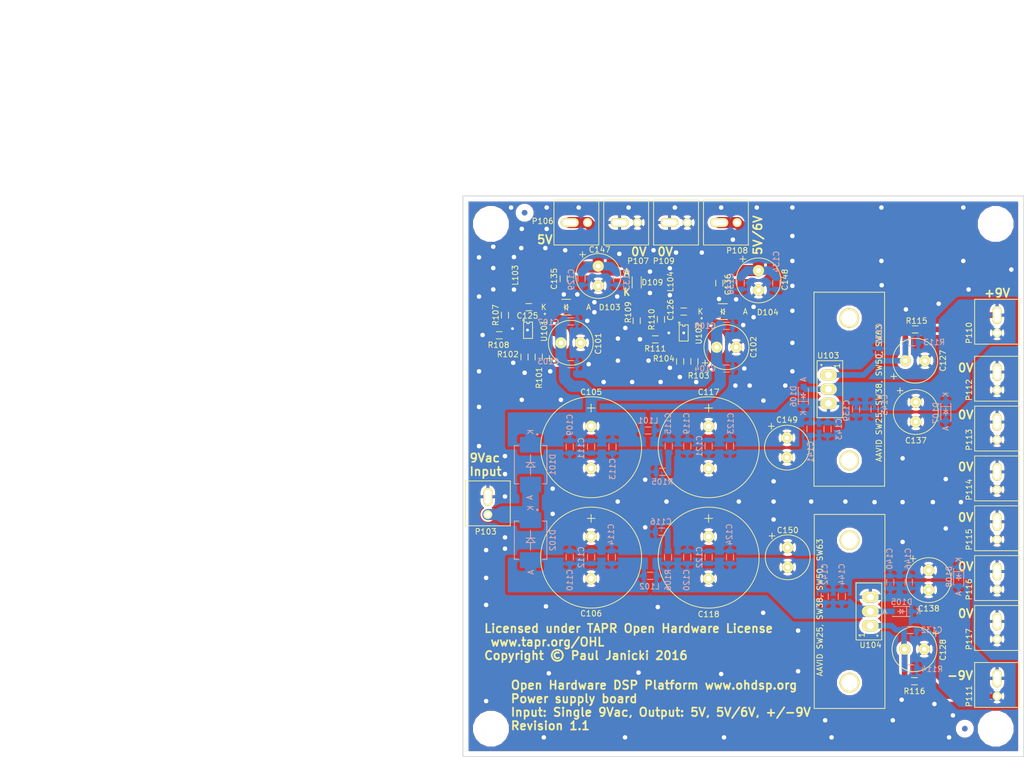
<source format=kicad_pcb>
(kicad_pcb (version 4) (host pcbnew 4.0.2-stable)
  (title_block (title "Multi Output Power Supply for OHDSP") (date 2016-05-20) (rev 1.1) (company "Open Hardware DSP Platform - www.ohdsp.org") (comment 1 "MERCHANTABILITY, SATISFACTORY QUALITY AND FITNESS FOR A PARTICULAR PURPOSE.") (comment 2 "is distributed WITHOUT ANY EXPRESS OR IMPLIED WARRANTY, INCLUDING OF") (comment 3 "Licensed under the TAPR Open Hardware License (www.tapr.org/OHL). This documentation") (comment 4 "Copyright Paul Janicki 2016"))
  (layers (0 F.Cu signal) (31 B.Cu signal) (34 B.Paste user) (35 F.Paste user) (36 B.SilkS user) (37 F.SilkS user) (38 B.Mask user) (39 F.Mask user) (44 Edge.Cuts user))
  (net 0 "")
  (net 1 GNDA)
  (net 2 "Net-(C106-Pad2)")
  (net 3 "Net-(C115-Pad1)")
  (net 4 "Net-(C115-Pad2)")
  (net 5 "Net-(C116-Pad2)")
  (net 6 "Net-(C118-Pad2)")
  (net 7 "Net-(C125-Pad1)")
  (net 8 "Net-(C125-Pad2)")
  (net 9 "Net-(C126-Pad1)")
  (net 10 "Net-(C126-Pad2)")
  (net 11 "Net-(C127-Pad1)")
  (net 12 "Net-(C128-Pad2)")
  (net 13 "Net-(C130-Pad1)")
  (net 14 "Net-(C137-Pad1)")
  (net 15 "Net-(C138-Pad2)")
  (net 16 "Net-(D101-Pad1)")
  (net 17 "Net-(R101-Pad1)")
  (net 18 "Net-(R103-Pad1)")
  (net 19 "Net-(R107-Pad2)")
  (net 20 "Net-(R110-Pad2)")
  (net 21 VCC)
  (net 22 +5V)
  (net 23 "Net-(D109-Pad2)")
  (module MyKiCadLibs-Footprints:CAP-TH-D8mmP3.5mm (layer F.Cu) (at 119.235261 76.188825)
    (fp_text reference C101 (at 4.894739 0.151175 90) (layer F.SilkS))
    (fp_text value 220u hide)
    (pad 1 thru_hole circle (at -1.75 0) (size 2 2) (drill 0.8) (layers *.Cu *.Mask F.SilkS) (net 21 VCC))
    (pad 2 thru_hole circle (at 1.75 0) (size 2 2) (drill 0.8) (layers *.Cu *.Mask F.SilkS) (net 1 GNDA))
  )
  (module MyKiCadLibs-Footprints:CAP-TH-D8mmP3.5mm (layer F.Cu) (at 146.99 76.975)
    (fp_text reference C102 (at 4.826 0 90) (layer F.SilkS))
    (fp_text value 220u hide)
    (pad 1 thru_hole circle (at -1.75 0) (size 2 2) (drill 0.8) (layers *.Cu *.Mask F.SilkS) (net 21 VCC))
    (pad 2 thru_hole circle (at 1.75 0) (size 2 2) (drill 0.8) (layers *.Cu *.Mask F.SilkS) (net 1 GNDA))
  )
  (module MyKiCadLibs-Footprints:SMD-0805 (layer B.Cu) (at 119.235261 79.998825)
    (fp_text reference C103 (at -3.995261 -0.483825) (layer B.SilkS) (effects (justify mirror)))
    (fp_text value 22u hide)
    (pad 1 smd rect (at -1.1 0) (size 0.9 1.3) (layers B.Cu B.Paste B.Mask) (net 21 VCC))
    (pad 2 smd rect (at 1.1 0) (size 0.9 1.3) (layers B.Cu B.Paste B.Mask) (net 1 GNDA))
  )
  (module MyKiCadLibs-Footprints:SMD-0805 (layer B.Cu) (at 146.99 80.785)
    (fp_text reference C104 (at -3.81 0) (layer B.SilkS) (effects (justify mirror)))
    (fp_text value 22u hide)
    (pad 1 smd rect (at -1.1 0) (size 0.9 1.3) (layers B.Cu B.Paste B.Mask) (net 21 VCC))
    (pad 2 smd rect (at 1.1 0) (size 0.9 1.3) (layers B.Cu B.Paste B.Mask) (net 1 GNDA))
  )
  (module MyKiCadLibs-Footprints:CAP-TH-D18mmP7.5mm (layer F.Cu) (at 122.86 94.815 270)
    (fp_text reference C105 (at -9.839 0 360) (layer F.SilkS))
    (fp_text value 2200u hide)
    (pad 1 thru_hole circle (at -3.75 0 270) (size 2 2) (drill 1) (layers *.Cu *.Mask F.SilkS) (net 21 VCC))
    (pad 2 thru_hole circle (at 3.75 0 270) (size 2 2) (drill 1) (layers *.Cu *.Mask F.SilkS) (net 1 GNDA))
  )
  (module MyKiCadLibs-Footprints:CAP-TH-D18mmP7.5mm (layer F.Cu) (at 122.86 114.5 270)
    (fp_text reference C106 (at 9.973 0 360) (layer F.SilkS))
    (fp_text value 2200u hide)
    (pad 1 thru_hole circle (at -3.75 0 270) (size 2 2) (drill 1) (layers *.Cu *.Mask F.SilkS) (net 1 GNDA))
    (pad 2 thru_hole circle (at 3.75 0 270) (size 2 2) (drill 1) (layers *.Cu *.Mask F.SilkS) (net 2 "Net-(C106-Pad2)"))
  )
  (module MyKiCadLibs-Footprints:SMD-0805 (layer B.Cu) (at 119.235261 72.378825)
    (fp_text reference C107 (at -3.995261 0.151175) (layer B.SilkS) (effects (justify mirror)))
    (fp_text value 100n hide)
    (pad 1 smd rect (at -1.1 0) (size 0.9 1.3) (layers B.Cu B.Paste B.Mask) (net 21 VCC))
    (pad 2 smd rect (at 1.1 0) (size 0.9 1.3) (layers B.Cu B.Paste B.Mask) (net 1 GNDA))
  )
  (module MyKiCadLibs-Footprints:SMD-0805 (layer B.Cu) (at 146.99 73.165)
    (fp_text reference C108 (at -3.81 0) (layer B.SilkS) (effects (justify mirror)))
    (fp_text value 100n hide)
    (pad 1 smd rect (at -1.1 0) (size 0.9 1.3) (layers B.Cu B.Paste B.Mask) (net 21 VCC))
    (pad 2 smd rect (at 1.1 0) (size 0.9 1.3) (layers B.Cu B.Paste B.Mask) (net 1 GNDA))
  )
  (module MyKiCadLibs-Footprints:SMD-0805 (layer B.Cu) (at 119.05 94.755 270)
    (fp_text reference C109 (at -3.937 0 270) (layer B.SilkS) (effects (justify mirror)))
    (fp_text value 22u hide)
    (pad 1 smd rect (at -1.1 0 270) (size 0.9 1.3) (layers B.Cu B.Paste B.Mask) (net 21 VCC))
    (pad 2 smd rect (at 1.1 0 270) (size 0.9 1.3) (layers B.Cu B.Paste B.Mask) (net 1 GNDA))
  )
  (module MyKiCadLibs-Footprints:SMD-0805 (layer B.Cu) (at 119.05 114.44 270)
    (fp_text reference C110 (at 4.064 0 270) (layer B.SilkS) (effects (justify mirror)))
    (fp_text value 22u hide)
    (pad 1 smd rect (at -1.1 0 270) (size 0.9 1.3) (layers B.Cu B.Paste B.Mask) (net 1 GNDA))
    (pad 2 smd rect (at 1.1 0 270) (size 0.9 1.3) (layers B.Cu B.Paste B.Mask) (net 2 "Net-(C106-Pad2)"))
  )
  (module MyKiCadLibs-Footprints:SMD-0805 (layer B.Cu) (at 122.86 94.755 270)
    (fp_text reference C111 (at 0.254 1.778 270) (layer B.SilkS) (effects (justify mirror)))
    (fp_text value 100n hide)
    (pad 1 smd rect (at -1.1 0 270) (size 0.9 1.3) (layers B.Cu B.Paste B.Mask) (net 21 VCC))
    (pad 2 smd rect (at 1.1 0 270) (size 0.9 1.3) (layers B.Cu B.Paste B.Mask) (net 1 GNDA))
  )
  (module MyKiCadLibs-Footprints:SMD-0805 (layer B.Cu) (at 122.86 114.44 270)
    (fp_text reference C112 (at 0 1.778 270) (layer B.SilkS) (effects (justify mirror)))
    (fp_text value 100n hide)
    (pad 1 smd rect (at -1.1 0 270) (size 0.9 1.3) (layers B.Cu B.Paste B.Mask) (net 1 GNDA))
    (pad 2 smd rect (at 1.1 0 270) (size 0.9 1.3) (layers B.Cu B.Paste B.Mask) (net 2 "Net-(C106-Pad2)"))
  )
  (module MyKiCadLibs-Footprints:SMD-0805 (layer B.Cu) (at 126.67 94.755 270)
    (fp_text reference C113 (at 3.937 0 270) (layer B.SilkS) (effects (justify mirror)))
    (fp_text value 10n hide)
    (pad 1 smd rect (at -1.1 0 270) (size 0.9 1.3) (layers B.Cu B.Paste B.Mask) (net 21 VCC))
    (pad 2 smd rect (at 1.1 0 270) (size 0.9 1.3) (layers B.Cu B.Paste B.Mask) (net 1 GNDA))
  )
  (module MyKiCadLibs-Footprints:SMD-0805 (layer B.Cu) (at 126.543 114.44 270)
    (fp_text reference C114 (at -4.064 0.127 270) (layer B.SilkS) (effects (justify mirror)))
    (fp_text value 10n hide)
    (pad 1 smd rect (at -1.1 0 270) (size 0.9 1.3) (layers B.Cu B.Paste B.Mask) (net 1 GNDA))
    (pad 2 smd rect (at 1.1 0 270) (size 0.9 1.3) (layers B.Cu B.Paste B.Mask) (net 2 "Net-(C106-Pad2)"))
  )
  (module MyKiCadLibs-Footprints:SMD-0805 (layer B.Cu) (at 136.703 94.628 270)
    (fp_text reference C115 (at -4.064 0.127 270) (layer B.SilkS) (effects (justify mirror)))
    (fp_text value 100p hide)
    (pad 1 smd rect (at -1.1 0 270) (size 0.9 1.3) (layers B.Cu B.Paste B.Mask) (net 3 "Net-(C115-Pad1)"))
    (pad 2 smd rect (at 1.1 0 270) (size 0.9 1.3) (layers B.Cu B.Paste B.Mask) (net 4 "Net-(C115-Pad2)"))
  )
  (module MyKiCadLibs-Footprints:SMD-0805 (layer B.Cu) (at 135.433 109.868)
    (fp_text reference C116 (at -0.127 -1.778) (layer B.SilkS) (effects (justify mirror)))
    (fp_text value 100p hide)
    (pad 1 smd rect (at -1.1 0) (size 0.9 1.3) (layers B.Cu B.Paste B.Mask) (net 1 GNDA))
    (pad 2 smd rect (at 1.1 0) (size 0.9 1.3) (layers B.Cu B.Paste B.Mask) (net 5 "Net-(C116-Pad2)"))
  )
  (module MyKiCadLibs-Footprints:CAP-TH-D18mmP7.5mm (layer F.Cu) (at 143.815 94.815 270)
    (fp_text reference C117 (at -9.839 0 360) (layer F.SilkS))
    (fp_text value 2200u hide)
    (pad 1 thru_hole circle (at -3.75 0 270) (size 2 2) (drill 1) (layers *.Cu *.Mask F.SilkS) (net 3 "Net-(C115-Pad1)"))
    (pad 2 thru_hole circle (at 3.75 0 270) (size 2 2) (drill 1) (layers *.Cu *.Mask F.SilkS) (net 1 GNDA))
  )
  (module MyKiCadLibs-Footprints:CAP-TH-D18mmP7.5mm (layer F.Cu) (at 143.815 114.5 270)
    (fp_text reference C118 (at 10.1 0 360) (layer F.SilkS))
    (fp_text value 2200u hide)
    (pad 1 thru_hole circle (at -3.75 0 270) (size 2 2) (drill 1) (layers *.Cu *.Mask F.SilkS) (net 1 GNDA))
    (pad 2 thru_hole circle (at 3.75 0 270) (size 2 2) (drill 1) (layers *.Cu *.Mask F.SilkS) (net 6 "Net-(C118-Pad2)"))
  )
  (module MyKiCadLibs-Footprints:SMD-0805 (layer B.Cu) (at 140.005 94.628 270)
    (fp_text reference C119 (at -4.064 0.127 270) (layer B.SilkS) (effects (justify mirror)))
    (fp_text value 22u hide)
    (pad 1 smd rect (at -1.1 0 270) (size 0.9 1.3) (layers B.Cu B.Paste B.Mask) (net 3 "Net-(C115-Pad1)"))
    (pad 2 smd rect (at 1.1 0 270) (size 0.9 1.3) (layers B.Cu B.Paste B.Mask) (net 1 GNDA))
  )
  (module MyKiCadLibs-Footprints:SMD-0805 (layer B.Cu) (at 140.005 114.44 270)
    (fp_text reference C120 (at 4.064 0.127 270) (layer B.SilkS) (effects (justify mirror)))
    (fp_text value 22u hide)
    (pad 1 smd rect (at -1.1 0 270) (size 0.9 1.3) (layers B.Cu B.Paste B.Mask) (net 1 GNDA))
    (pad 2 smd rect (at 1.1 0 270) (size 0.9 1.3) (layers B.Cu B.Paste B.Mask) (net 6 "Net-(C118-Pad2)"))
  )
  (module MyKiCadLibs-Footprints:SMD-0805 (layer B.Cu) (at 143.815 94.628 270)
    (fp_text reference C121 (at 0 1.651 270) (layer B.SilkS) (effects (justify mirror)))
    (fp_text value 100n hide)
    (pad 1 smd rect (at -1.1 0 270) (size 0.9 1.3) (layers B.Cu B.Paste B.Mask) (net 3 "Net-(C115-Pad1)"))
    (pad 2 smd rect (at 1.1 0 270) (size 0.9 1.3) (layers B.Cu B.Paste B.Mask) (net 1 GNDA))
  )
  (module MyKiCadLibs-Footprints:SMD-0805 (layer B.Cu) (at 143.815 114.44 270)
    (fp_text reference C122 (at 0 1.651 270) (layer B.SilkS) (effects (justify mirror)))
    (fp_text value 100n hide)
    (pad 1 smd rect (at -1.1 0 270) (size 0.9 1.3) (layers B.Cu B.Paste B.Mask) (net 1 GNDA))
    (pad 2 smd rect (at 1.1 0 270) (size 0.9 1.3) (layers B.Cu B.Paste B.Mask) (net 6 "Net-(C118-Pad2)"))
  )
  (module MyKiCadLibs-Footprints:SMD-0805 (layer B.Cu) (at 147.625 94.628 270)
    (fp_text reference C123 (at -4.064 -0.127 270) (layer B.SilkS) (effects (justify mirror)))
    (fp_text value 10n hide)
    (pad 1 smd rect (at -1.1 0 270) (size 0.9 1.3) (layers B.Cu B.Paste B.Mask) (net 3 "Net-(C115-Pad1)"))
    (pad 2 smd rect (at 1.1 0 270) (size 0.9 1.3) (layers B.Cu B.Paste B.Mask) (net 1 GNDA))
  )
  (module MyKiCadLibs-Footprints:SMD-0805 (layer B.Cu) (at 147.625 114.44 270)
    (fp_text reference C124 (at -4.064 0.127 270) (layer B.SilkS) (effects (justify mirror)))
    (fp_text value 10n hide)
    (pad 1 smd rect (at -1.1 0 270) (size 0.9 1.3) (layers B.Cu B.Paste B.Mask) (net 1 GNDA))
    (pad 2 smd rect (at 1.1 0 270) (size 0.9 1.3) (layers B.Cu B.Paste B.Mask) (net 6 "Net-(C118-Pad2)"))
  )
  (module MyKiCadLibs-Footprints:SMD-0805 (layer F.Cu) (at 111.754961 69.838825 180)
    (fp_text reference C125 (at 0.254 -1.524 180) (layer F.SilkS))
    (fp_text value 10n hide)
    (pad 1 smd rect (at -1.1 0 180) (size 0.9 1.3) (layers F.Cu F.Paste F.Mask) (net 7 "Net-(C125-Pad1)"))
    (pad 2 smd rect (at 1.1 0 180) (size 0.9 1.3) (layers F.Cu F.Paste F.Mask) (net 8 "Net-(C125-Pad2)"))
  )
  (module MyKiCadLibs-Footprints:SMD-0805 (layer F.Cu) (at 139.37 70.625 180)
    (fp_text reference C126 (at 2.3622 0.3048 270) (layer F.SilkS))
    (fp_text value 10n hide)
    (pad 1 smd rect (at -1.1 0 180) (size 0.9 1.3) (layers F.Cu F.Paste F.Mask) (net 9 "Net-(C126-Pad1)"))
    (pad 2 smd rect (at 1.1 0 180) (size 0.9 1.3) (layers F.Cu F.Paste F.Mask) (net 10 "Net-(C126-Pad2)"))
  )
  (module MyKiCadLibs-Footprints:CAP-TH-D8mmP3.5mm (layer F.Cu) (at 180.645 79.388)
    (fp_text reference C127 (at 4.953 0 90) (layer F.SilkS))
    (fp_text value 220u hide)
    (pad 1 thru_hole circle (at -1.75 0) (size 2 2) (drill 0.8) (layers *.Cu *.Mask F.SilkS) (net 11 "Net-(C127-Pad1)"))
    (pad 2 thru_hole circle (at 1.75 0) (size 2 2) (drill 0.8) (layers *.Cu *.Mask F.SilkS) (net 1 GNDA))
  )
  (module MyKiCadLibs-Footprints:CAP-TH-D8mmP3.5mm (layer F.Cu) (at 180.518 130.823 180)
    (fp_text reference C128 (at -5.08 -0.127 270) (layer F.SilkS))
    (fp_text value 220u hide)
    (pad 1 thru_hole circle (at -1.75 0 180) (size 2 2) (drill 0.8) (layers *.Cu *.Mask F.SilkS) (net 1 GNDA))
    (pad 2 thru_hole circle (at 1.75 0 180) (size 2 2) (drill 0.8) (layers *.Cu *.Mask F.SilkS) (net 12 "Net-(C128-Pad2)"))
  )
  (module MyKiCadLibs-Footprints:SMD-0805 (layer B.Cu) (at 121.140261 64.758825 270)
    (fp_text reference C129 (at 0.151175 1.836261 270) (layer B.SilkS) (effects (justify mirror)))
    (fp_text value 22u hide)
    (pad 1 smd rect (at -1.1 0 270) (size 0.9 1.3) (layers B.Cu B.Paste B.Mask) (net 22 +5V))
    (pad 2 smd rect (at 1.1 0 270) (size 0.9 1.3) (layers B.Cu B.Paste B.Mask) (net 1 GNDA))
  )
  (module MyKiCadLibs-Footprints:SMD-0805 (layer B.Cu) (at 149.53 65.545 270)
    (fp_text reference C130 (at 0.127 1.778 270) (layer B.SilkS) (effects (justify mirror)))
    (fp_text value 22u hide)
    (pad 1 smd rect (at -1.1 0 270) (size 0.9 1.3) (layers B.Cu B.Paste B.Mask) (net 13 "Net-(C130-Pad1)"))
    (pad 2 smd rect (at 1.1 0 270) (size 0.9 1.3) (layers B.Cu B.Paste B.Mask) (net 1 GNDA))
  )
  (module MyKiCadLibs-Footprints:SMD-0805 (layer B.Cu) (at 174.2 78.288 90)
    (fp_text reference C131 (at 3.683 0 90) (layer B.SilkS) (effects (justify mirror)))
    (fp_text value 100n hide)
    (pad 1 smd rect (at -1.1 0 90) (size 0.9 1.3) (layers B.Cu B.Paste B.Mask) (net 11 "Net-(C127-Pad1)"))
    (pad 2 smd rect (at 1.1 0 90) (size 0.9 1.3) (layers B.Cu B.Paste B.Mask) (net 1 GNDA))
  )
  (module MyKiCadLibs-Footprints:SMD-0805 (layer B.Cu) (at 179.756 127.394 180)
    (fp_text reference C132 (at -3.81 0 180) (layer B.SilkS) (effects (justify mirror)))
    (fp_text value 100n hide)
    (pad 1 smd rect (at -1.1 0 180) (size 0.9 1.3) (layers B.Cu B.Paste B.Mask) (net 1 GNDA))
    (pad 2 smd rect (at 1.1 0 180) (size 0.9 1.3) (layers B.Cu B.Paste B.Mask) (net 12 "Net-(C128-Pad2)"))
  )
  (module MyKiCadLibs-Footprints:SMD-0805 (layer B.Cu) (at 127.490261 64.758825 270)
    (fp_text reference C133 (at 0.151175 -1.719739 270) (layer B.SilkS) (effects (justify mirror)))
    (fp_text value 22u hide)
    (pad 1 smd rect (at -1.1 0 270) (size 0.9 1.3) (layers B.Cu B.Paste B.Mask) (net 22 +5V))
    (pad 2 smd rect (at 1.1 0 270) (size 0.9 1.3) (layers B.Cu B.Paste B.Mask) (net 1 GNDA))
  )
  (module MyKiCadLibs-Footprints:SMD-0805 (layer B.Cu) (at 155.88 65.545 270)
    (fp_text reference C134 (at -3.81 0 270) (layer B.SilkS) (effects (justify mirror)))
    (fp_text value 22u hide)
    (pad 1 smd rect (at -1.1 0 270) (size 0.9 1.3) (layers B.Cu B.Paste B.Mask) (net 13 "Net-(C130-Pad1)"))
    (pad 2 smd rect (at 1.1 0 270) (size 0.9 1.3) (layers B.Cu B.Paste B.Mask) (net 1 GNDA))
  )
  (module MyKiCadLibs-Footprints:SMD-0805 (layer F.Cu) (at 117.965261 64.758825 270)
    (fp_text reference C135 (at 0.024175 1.709261 270) (layer F.SilkS))
    (fp_text value 100n hide)
    (pad 1 smd rect (at -1.1 0 270) (size 0.9 1.3) (layers F.Cu F.Paste F.Mask) (net 22 +5V))
    (pad 2 smd rect (at 1.1 0 270) (size 0.9 1.3) (layers F.Cu F.Paste F.Mask) (net 1 GNDA))
  )
  (module MyKiCadLibs-Footprints:SMD-0805 (layer F.Cu) (at 145.72 65.545 270)
    (fp_text reference C136 (at 0.254 -1.524 270) (layer F.SilkS))
    (fp_text value 100n hide)
    (pad 1 smd rect (at -1.1 0 270) (size 0.9 1.3) (layers F.Cu F.Paste F.Mask) (net 13 "Net-(C130-Pad1)"))
    (pad 2 smd rect (at 1.1 0 270) (size 0.9 1.3) (layers F.Cu F.Paste F.Mask) (net 1 GNDA))
  )
  (module MyKiCadLibs-Footprints:CAP-TH-D8mmP3.5mm (layer F.Cu) (at 180.7466 88.532 270)
    (fp_text reference C137 (at 5.08 -0.0254 360) (layer F.SilkS))
    (fp_text value 220u hide)
    (pad 1 thru_hole circle (at -1.75 0 270) (size 2 2) (drill 0.8) (layers *.Cu *.Mask F.SilkS) (net 14 "Net-(C137-Pad1)"))
    (pad 2 thru_hole circle (at 1.75 0 270) (size 2 2) (drill 0.8) (layers *.Cu *.Mask F.SilkS) (net 1 GNDA))
  )
  (module MyKiCadLibs-Footprints:CAP-TH-D8mmP3.5mm (layer F.Cu) (at 183.058 118.504 270)
    (fp_text reference C138 (at 5.08 0 360) (layer F.SilkS))
    (fp_text value 220u hide)
    (pad 1 thru_hole circle (at -1.75 0 270) (size 2 2) (drill 0.8) (layers *.Cu *.Mask F.SilkS) (net 1 GNDA))
    (pad 2 thru_hole circle (at 1.75 0 270) (size 2 2) (drill 0.8) (layers *.Cu *.Mask F.SilkS) (net 15 "Net-(C138-Pad2)"))
  )
  (module MyKiCadLibs-Footprints:SMD-0805 (layer B.Cu) (at 170.104 88.024 270)
    (fp_text reference C139 (at 0.254 1.7018 270) (layer B.SilkS) (effects (justify mirror)))
    (fp_text value 100n hide)
    (pad 1 smd rect (at -1.1 0 270) (size 0.9 1.3) (layers B.Cu B.Paste B.Mask) (net 14 "Net-(C137-Pad1)"))
    (pad 2 smd rect (at 1.1 0 270) (size 0.9 1.3) (layers B.Cu B.Paste B.Mask) (net 1 GNDA))
  )
  (module MyKiCadLibs-Footprints:SMD-0805 (layer B.Cu) (at 176.2 118.885 270)
    (fp_text reference C140 (at -4.191 0.127 270) (layer B.SilkS) (effects (justify mirror)))
    (fp_text value 100n hide)
    (pad 1 smd rect (at -1.1 0 270) (size 0.9 1.3) (layers B.Cu B.Paste B.Mask) (net 1 GNDA))
    (pad 2 smd rect (at 1.1 0 270) (size 0.9 1.3) (layers B.Cu B.Paste B.Mask) (net 15 "Net-(C138-Pad2)"))
  )
  (module MyKiCadLibs-Footprints:DIODE-SMC (layer B.Cu) (at 112.065 97.93 90)
    (fp_text reference D101 (at 0 3.937 90) (layer B.SilkS) (effects (justify mirror)))
    (fp_text value ES3D hide)
    (fp_text user K (at 5.842 0 90) (layer B.SilkS) (effects (justify mirror)))
    (fp_text user A (at -5.842 -0.127 90) (layer B.SilkS) (effects (justify mirror)))
    (pad 1 smd rect (at -3.55 0 90) (size 2.8 3.8) (layers B.Cu B.Paste B.Mask) (net 16 "Net-(D101-Pad1)"))
    (pad 2 smd rect (at 3.55 0 90) (size 2.8 3.8) (layers B.Cu B.Paste B.Mask) (net 21 VCC))
  )
  (module MyKiCadLibs-Footprints:DIODE-SMC (layer B.Cu) (at 112.065 111.392 90)
    (fp_text reference D102 (at 0 3.937 90) (layer B.SilkS) (effects (justify mirror)))
    (fp_text value ES3D hide)
    (fp_text user K (at 5.715 0 90) (layer B.SilkS) (effects (justify mirror)))
    (fp_text user A (at -5.715 0.0635 90) (layer B.SilkS) (effects (justify mirror)))
    (pad 1 smd rect (at -3.55 0 90) (size 2.8 3.8) (layers B.Cu B.Paste B.Mask) (net 2 "Net-(C106-Pad2)"))
    (pad 2 smd rect (at 3.55 0 90) (size 2.8 3.8) (layers B.Cu B.Paste B.Mask) (net 16 "Net-(D101-Pad1)"))
  )
  (module MyKiCadLibs-Footprints:DIODE-SMA (layer F.Cu) (at 118.415 69.838825 180)
    (fp_text reference D103 (at -7.747 -0.024175 180) (layer F.SilkS))
    (fp_text value B240A hide)
    (fp_text user K (at 4 0 180) (layer F.SilkS))
    (fp_text user A (at -4 0 180) (layer F.SilkS))
    (pad 1 smd rect (at -2 0 180) (size 2.5 1.7) (layers F.Cu F.Paste F.Mask) (net 1 GNDA))
    (pad 2 smd rect (at 2 0 180) (size 2.5 1.7) (layers F.Cu F.Paste F.Mask) (net 7 "Net-(C125-Pad1)"))
  )
  (module MyKiCadLibs-Footprints:DIODE-SMA (layer F.Cu) (at 146.355 70.625 180)
    (fp_text reference D104 (at -8.001 -0.127 180) (layer F.SilkS))
    (fp_text value B240A hide)
    (fp_text user K (at 4 0 180) (layer F.SilkS))
    (fp_text user A (at -4 0 180) (layer F.SilkS))
    (pad 1 smd rect (at -2 0 180) (size 2.5 1.7) (layers F.Cu F.Paste F.Mask) (net 1 GNDA))
    (pad 2 smd rect (at 2 0 180) (size 2.5 1.7) (layers F.Cu F.Paste F.Mask) (net 9 "Net-(C126-Pad1)"))
  )
  (module MyKiCadLibs-Footprints:SMD-0805 (layer B.Cu) (at 133.02 91.834)
    (fp_text reference L101 (at 0 -1.778) (layer B.SilkS) (effects (justify mirror)))
    (fp_text value 600R@100MHz hide)
    (pad 1 smd rect (at -1.1 0) (size 0.9 1.3) (layers B.Cu B.Paste B.Mask) (net 21 VCC))
    (pad 2 smd rect (at 1.1 0) (size 0.9 1.3) (layers B.Cu B.Paste B.Mask) (net 3 "Net-(C115-Pad1)"))
  )
  (module MyKiCadLibs-Footprints:SMD-0805 (layer B.Cu) (at 133.401 117.742)
    (fp_text reference L102 (at -0.127 1.905) (layer B.SilkS) (effects (justify mirror)))
    (fp_text value 600R@100MHz hide)
    (pad 1 smd rect (at -1.1 0) (size 0.9 1.3) (layers B.Cu B.Paste B.Mask) (net 2 "Net-(C106-Pad2)"))
    (pad 2 smd rect (at 1.1 0) (size 0.9 1.3) (layers B.Cu B.Paste B.Mask) (net 6 "Net-(C118-Pad2)"))
  )
  (module MyKiCadLibs-Footprints:CONN-2WAY-2.54mm-3.81mm-SPACING (layer F.Cu) (at 104.445 106.82 90)
    (fp_text reference P103 (at -3.048 -0.381 180) (layer F.SilkS))
    (fp_text value CONN_2x1 hide)
    (pad 1 thru_hole circle (at 0 0 90) (size 1.6 1.6) (drill 1) (layers *.Cu *.Mask F.SilkS) (net 16 "Net-(D101-Pad1)"))
    (pad 2 thru_hole oval (at 3.175 0 90) (size 3.2 1.6) (drill oval 2.54 1) (layers *.Cu *.Mask F.SilkS) (net 1 GNDA))
  )
  (module MyKiCadLibs-Footprints:CONN-2WAY-2.54mm-3.81mm-SPACING (layer F.Cu) (at 122.225 54.75 180)
    (fp_text reference P106 (at 8.001 0.25 180) (layer F.SilkS))
    (fp_text value CONN_2x1 hide)
    (pad 1 thru_hole circle (at 0 0 180) (size 1.6 1.6) (drill 1) (layers *.Cu *.Mask F.SilkS) (net 22 +5V))
    (pad 2 thru_hole oval (at 3.175 0 180) (size 3.2 1.6) (drill oval 2.54 1) (layers *.Cu *.Mask F.SilkS) (net 22 +5V))
  )
  (module MyKiCadLibs-Footprints:CONN-2WAY-2.54mm-3.81mm-SPACING (layer F.Cu) (at 131.115 54.75 180)
    (fp_text reference P107 (at -0.127 -6.858 180) (layer F.SilkS))
    (fp_text value CONN_2x1 hide)
    (pad 1 thru_hole circle (at 0 0 180) (size 1.6 1.6) (drill 1) (layers *.Cu *.Mask F.SilkS) (net 1 GNDA))
    (pad 2 thru_hole oval (at 3.175 0 180) (size 3.2 1.6) (drill oval 2.54 1) (layers *.Cu *.Mask F.SilkS) (net 1 GNDA))
  )
  (module MyKiCadLibs-Footprints:CONN-2WAY-2.54mm-3.81mm-SPACING (layer F.Cu) (at 148.895 54.75 180)
    (fp_text reference P108 (at 0 -5 180) (layer F.SilkS))
    (fp_text value CONN_2x1 hide)
    (pad 1 thru_hole circle (at 0 0 180) (size 1.6 1.6) (drill 1) (layers *.Cu *.Mask F.SilkS) (net 13 "Net-(C130-Pad1)"))
    (pad 2 thru_hole oval (at 3.175 0 180) (size 3.2 1.6) (drill oval 2.54 1) (layers *.Cu *.Mask F.SilkS) (net 13 "Net-(C130-Pad1)"))
  )
  (module MyKiCadLibs-Footprints:CONN-2WAY-2.54mm-3.81mm-SPACING (layer F.Cu) (at 140.005 54.75 180)
    (fp_text reference P109 (at 4.191 -6.858 180) (layer F.SilkS))
    (fp_text value CONN_2x1 hide)
    (pad 1 thru_hole circle (at 0 0 180) (size 1.6 1.6) (drill 1) (layers *.Cu *.Mask F.SilkS) (net 1 GNDA))
    (pad 2 thru_hole oval (at 3.175 0 180) (size 3.2 1.6) (drill oval 2.54 1) (layers *.Cu *.Mask F.SilkS) (net 1 GNDA))
  )
  (module MyKiCadLibs-Footprints:CONN-2WAY-2.54mm-3.81mm-SPACING (layer F.Cu) (at 195.25 74.435 90)
    (fp_text reference P110 (at 0 -5 90) (layer F.SilkS))
    (fp_text value CONN_2x1 hide)
    (pad 1 thru_hole circle (at 0 0 90) (size 1.6 1.6) (drill 1) (layers *.Cu *.Mask F.SilkS) (net 14 "Net-(C137-Pad1)"))
    (pad 2 thru_hole oval (at 3.175 0 90) (size 3.2 1.6) (drill oval 2.54 1) (layers *.Cu *.Mask F.SilkS) (net 14 "Net-(C137-Pad1)"))
  )
  (module MyKiCadLibs-Footprints:CONN-2WAY-2.54mm-3.81mm-SPACING (layer F.Cu) (at 195.25 139.205 90)
    (fp_text reference P111 (at 0 -5 90) (layer F.SilkS))
    (fp_text value CONN_2x1 hide)
    (pad 1 thru_hole circle (at 0 0 90) (size 1.6 1.6) (drill 1) (layers *.Cu *.Mask F.SilkS) (net 15 "Net-(C138-Pad2)"))
    (pad 2 thru_hole oval (at 3.175 0 90) (size 3.2 1.6) (drill oval 2.54 1) (layers *.Cu *.Mask F.SilkS) (net 15 "Net-(C138-Pad2)"))
  )
  (module MyKiCadLibs-Footprints:CONN-2WAY-2.54mm-3.81mm-SPACING (layer F.Cu) (at 195.25 84.595 90)
    (fp_text reference P112 (at 0 -5 90) (layer F.SilkS))
    (fp_text value CONN_2x1 hide)
    (pad 1 thru_hole circle (at 0 0 90) (size 1.6 1.6) (drill 1) (layers *.Cu *.Mask F.SilkS) (net 1 GNDA))
    (pad 2 thru_hole oval (at 3.175 0 90) (size 3.2 1.6) (drill oval 2.54 1) (layers *.Cu *.Mask F.SilkS) (net 1 GNDA))
  )
  (module MyKiCadLibs-Footprints:CONN-2WAY-2.54mm-3.81mm-SPACING (layer F.Cu) (at 195.25 93.485 90)
    (fp_text reference P113 (at 0 -5 90) (layer F.SilkS))
    (fp_text value CONN_2x1 hide)
    (pad 1 thru_hole circle (at 0 0 90) (size 1.6 1.6) (drill 1) (layers *.Cu *.Mask F.SilkS) (net 1 GNDA))
    (pad 2 thru_hole oval (at 3.175 0 90) (size 3.2 1.6) (drill oval 2.54 1) (layers *.Cu *.Mask F.SilkS) (net 1 GNDA))
  )
  (module MyKiCadLibs-Footprints:CONN-2WAY-2.54mm-3.81mm-SPACING (layer F.Cu) (at 195.25 102.375 90)
    (fp_text reference P114 (at 0 -5 90) (layer F.SilkS))
    (fp_text value CONN_2x1 hide)
    (pad 1 thru_hole circle (at 0 0 90) (size 1.6 1.6) (drill 1) (layers *.Cu *.Mask F.SilkS) (net 1 GNDA))
    (pad 2 thru_hole oval (at 3.175 0 90) (size 3.2 1.6) (drill oval 2.54 1) (layers *.Cu *.Mask F.SilkS) (net 1 GNDA))
  )
  (module MyKiCadLibs-Footprints:CONN-2WAY-2.54mm-3.81mm-SPACING (layer F.Cu) (at 195.25 111.265 90)
    (fp_text reference P115 (at 0 -5 90) (layer F.SilkS))
    (fp_text value CONN_2x1 hide)
    (pad 1 thru_hole circle (at 0 0 90) (size 1.6 1.6) (drill 1) (layers *.Cu *.Mask F.SilkS) (net 1 GNDA))
    (pad 2 thru_hole oval (at 3.175 0 90) (size 3.2 1.6) (drill oval 2.54 1) (layers *.Cu *.Mask F.SilkS) (net 1 GNDA))
  )
  (module MyKiCadLibs-Footprints:CONN-2WAY-2.54mm-3.81mm-SPACING (layer F.Cu) (at 195.25 120.155 90)
    (fp_text reference P116 (at 0 -5 90) (layer F.SilkS))
    (fp_text value CONN_2x1 hide)
    (pad 1 thru_hole circle (at 0 0 90) (size 1.6 1.6) (drill 1) (layers *.Cu *.Mask F.SilkS) (net 1 GNDA))
    (pad 2 thru_hole oval (at 3.175 0 90) (size 3.2 1.6) (drill oval 2.54 1) (layers *.Cu *.Mask F.SilkS) (net 1 GNDA))
  )
  (module MyKiCadLibs-Footprints:CONN-2WAY-2.54mm-3.81mm-SPACING (layer F.Cu) (at 195.25 129.045 90)
    (fp_text reference P117 (at 0 -5 90) (layer F.SilkS))
    (fp_text value CONN_2x1 hide)
    (pad 1 thru_hole circle (at 0 0 90) (size 1.6 1.6) (drill 1) (layers *.Cu *.Mask F.SilkS) (net 1 GNDA))
    (pad 2 thru_hole oval (at 3.175 0 90) (size 3.2 1.6) (drill oval 2.54 1) (layers *.Cu *.Mask F.SilkS) (net 1 GNDA))
  )
  (module MyKiCadLibs-Footprints:SMD-0805 (layer F.Cu) (at 113.520261 78.728825 270)
    (fp_text reference R101 (at 3.707175 -0.068739 270) (layer F.SilkS))
    (fp_text value 475k hide)
    (pad 1 smd rect (at -1.1 0 270) (size 0.9 1.3) (layers F.Cu F.Paste F.Mask) (net 17 "Net-(R101-Pad1)"))
    (pad 2 smd rect (at 1.1 0 270) (size 0.9 1.3) (layers F.Cu F.Paste F.Mask) (net 21 VCC))
  )
  (module MyKiCadLibs-Footprints:SMD-0805 (layer F.Cu) (at 110.980261 78.728825 270)
    (fp_text reference R102 (at -0.483825 2.979261 360) (layer F.SilkS))
    (fp_text value 100k hide)
    (pad 1 smd rect (at -1.1 0 270) (size 0.9 1.3) (layers F.Cu F.Paste F.Mask) (net 17 "Net-(R101-Pad1)"))
    (pad 2 smd rect (at 1.1 0 270) (size 0.9 1.3) (layers F.Cu F.Paste F.Mask) (net 1 GNDA))
  )
  (module MyKiCadLibs-Footprints:SMD-0805 (layer F.Cu) (at 141.275 79.515 270)
    (fp_text reference R103 (at 2.54 -0.762 360) (layer F.SilkS))
    (fp_text value 475k hide)
    (pad 1 smd rect (at -1.1 0 270) (size 0.9 1.3) (layers F.Cu F.Paste F.Mask) (net 18 "Net-(R103-Pad1)"))
    (pad 2 smd rect (at 1.1 0 270) (size 0.9 1.3) (layers F.Cu F.Paste F.Mask) (net 21 VCC))
  )
  (module MyKiCadLibs-Footprints:SMD-0805 (layer F.Cu) (at 138.735 79.515 270)
    (fp_text reference R104 (at -0.508 2.921 360) (layer F.SilkS))
    (fp_text value 100k hide)
    (pad 1 smd rect (at -1.1 0 270) (size 0.9 1.3) (layers F.Cu F.Paste F.Mask) (net 18 "Net-(R103-Pad1)"))
    (pad 2 smd rect (at 1.1 0 270) (size 0.9 1.3) (layers F.Cu F.Paste F.Mask) (net 1 GNDA))
  )
  (module MyKiCadLibs-Footprints:SMD-0805 (layer B.Cu) (at 135.56 99.2 180)
    (fp_text reference R105 (at 0 -1.778 180) (layer B.SilkS) (effects (justify mirror)))
    (fp_text value 47 hide)
    (pad 1 smd rect (at -1.1 0 180) (size 0.9 1.3) (layers B.Cu B.Paste B.Mask) (net 4 "Net-(C115-Pad2)"))
    (pad 2 smd rect (at 1.1 0 180) (size 0.9 1.3) (layers B.Cu B.Paste B.Mask) (net 1 GNDA))
  )
  (module MyKiCadLibs-Footprints:SMD-0805 (layer B.Cu) (at 136.576 114.44 270)
    (fp_text reference R106 (at 4.064 0 270) (layer B.SilkS) (effects (justify mirror)))
    (fp_text value 47 hide)
    (pad 1 smd rect (at -1.1 0 270) (size 0.9 1.3) (layers B.Cu B.Paste B.Mask) (net 5 "Net-(C116-Pad2)"))
    (pad 2 smd rect (at 1.1 0 270) (size 0.9 1.3) (layers B.Cu B.Paste B.Mask) (net 6 "Net-(C118-Pad2)"))
  )
  (module MyKiCadLibs-Footprints:SMD-0805 (layer F.Cu) (at 107.493 71.26 270)
    (fp_text reference R107 (at 0 1.651 270) (layer F.SilkS))
    (fp_text value 53k6 hide)
    (pad 1 smd rect (at -1.1 0 270) (size 0.9 1.3) (layers F.Cu F.Paste F.Mask) (net 22 +5V))
    (pad 2 smd rect (at 1.1 0 270) (size 0.9 1.3) (layers F.Cu F.Paste F.Mask) (net 19 "Net-(R107-Pad2)"))
  )
  (module MyKiCadLibs-Footprints:SMD-0805 (layer F.Cu) (at 106.477 74.845045)
    (fp_text reference R108 (at -0.127 1.748955) (layer F.SilkS))
    (fp_text value 10k hide)
    (pad 1 smd rect (at -1.1 0) (size 0.9 1.3) (layers F.Cu F.Paste F.Mask) (net 1 GNDA))
    (pad 2 smd rect (at 1.1 0) (size 0.9 1.3) (layers F.Cu F.Paste F.Mask) (net 19 "Net-(R107-Pad2)"))
  )
  (module MyKiCadLibs-Footprints:SMD-0805 (layer F.Cu) (at 135.306 72.022 270)
    (fp_text reference R110 (at 0 1.651 270) (layer F.SilkS))
    (fp_text value 66k5 hide)
    (pad 1 smd rect (at -1.1 0 270) (size 0.9 1.3) (layers F.Cu F.Paste F.Mask) (net 13 "Net-(C130-Pad1)"))
    (pad 2 smd rect (at 1.1 0 270) (size 0.9 1.3) (layers F.Cu F.Paste F.Mask) (net 20 "Net-(R110-Pad2)"))
  )
  (module MyKiCadLibs-Footprints:SMD-0805 (layer F.Cu) (at 134.29 75.578)
    (fp_text reference R111 (at 0 1.651) (layer F.SilkS))
    (fp_text value 10k hide)
    (pad 1 smd rect (at -1.1 0) (size 0.9 1.3) (layers F.Cu F.Paste F.Mask) (net 1 GNDA))
    (pad 2 smd rect (at 1.1 0) (size 0.9 1.3) (layers F.Cu F.Paste F.Mask) (net 20 "Net-(R110-Pad2)"))
  )
  (module MyKiCadLibs-Footprints:SMD-0805 (layer B.Cu) (at 180.094 76.086 180)
    (fp_text reference R113 (at -3.937 0 180) (layer B.SilkS) (effects (justify mirror)))
    (fp_text value 750 hide)
    (pad 1 smd rect (at -1.1 0 180) (size 0.9 1.3) (layers B.Cu B.Paste B.Mask) (net 1 GNDA))
    (pad 2 smd rect (at 1.1 0 180) (size 0.9 1.3) (layers B.Cu B.Paste B.Mask) (net 11 "Net-(C127-Pad1)"))
  )
  (module MyKiCadLibs-Footprints:SMD-0805 (layer B.Cu) (at 179.84 134.252)
    (fp_text reference R114 (at 3.81 0.127) (layer B.SilkS) (effects (justify mirror)))
    (fp_text value 750 hide)
    (pad 1 smd rect (at -1.1 0) (size 0.9 1.3) (layers B.Cu B.Paste B.Mask) (net 12 "Net-(C128-Pad2)"))
    (pad 2 smd rect (at 1.1 0) (size 0.9 1.3) (layers B.Cu B.Paste B.Mask) (net 1 GNDA))
  )
  (module MyKiCadLibs-Footprints:SMD-0805 (layer F.Cu) (at 180.645 73.8)
    (fp_text reference R115 (at 0.254 -1.524) (layer F.SilkS))
    (fp_text value 120 hide)
    (pad 1 smd rect (at -1.1 0) (size 0.9 1.3) (layers F.Cu F.Paste F.Mask) (net 11 "Net-(C127-Pad1)"))
    (pad 2 smd rect (at 1.1 0) (size 0.9 1.3) (layers F.Cu F.Paste F.Mask) (net 14 "Net-(C137-Pad1)"))
  )
  (module MyKiCadLibs-Footprints:SMD-0805 (layer F.Cu) (at 180.518 136.538)
    (fp_text reference R116 (at 0 1.778) (layer F.SilkS))
    (fp_text value 120 hide)
    (pad 1 smd rect (at -1.1 0) (size 0.9 1.3) (layers F.Cu F.Paste F.Mask) (net 12 "Net-(C128-Pad2)"))
    (pad 2 smd rect (at 1.1 0) (size 0.9 1.3) (layers F.Cu F.Paste F.Mask) (net 15 "Net-(C138-Pad2)"))
  )
  (module MyKiCadLibs-Footprints:SMD-0805 (layer B.Cu) (at 161.976 91.58 270)
    (fp_text reference C141 (at 4.064 0 270) (layer B.SilkS) (effects (justify mirror)))
    (fp_text value 22u hide)
    (pad 1 smd rect (at -1.1 0 270) (size 0.9 1.3) (layers B.Cu B.Paste B.Mask) (net 3 "Net-(C115-Pad1)"))
    (pad 2 smd rect (at 1.1 0 270) (size 0.9 1.3) (layers B.Cu B.Paste B.Mask) (net 1 GNDA))
  )
  (module MyKiCadLibs-Footprints:SMD-0805 (layer B.Cu) (at 164.516 121.425 270)
    (fp_text reference C142 (at -3.937 0 270) (layer B.SilkS) (effects (justify mirror)))
    (fp_text value 22u hide)
    (pad 1 smd rect (at -1.1 0 270) (size 0.9 1.3) (layers B.Cu B.Paste B.Mask) (net 1 GNDA))
    (pad 2 smd rect (at 1.1 0 270) (size 0.9 1.3) (layers B.Cu B.Paste B.Mask) (net 6 "Net-(C118-Pad2)"))
  )
  (module MyKiCadLibs-Footprints:SMD-0805 (layer B.Cu) (at 165.024 91.58 270)
    (fp_text reference C143 (at 0 -2.032 270) (layer B.SilkS) (effects (justify mirror)))
    (fp_text value 100n hide)
    (pad 1 smd rect (at -1.1 0 270) (size 0.9 1.3) (layers B.Cu B.Paste B.Mask) (net 3 "Net-(C115-Pad1)"))
    (pad 2 smd rect (at 1.1 0 270) (size 0.9 1.3) (layers B.Cu B.Paste B.Mask) (net 1 GNDA))
  )
  (module MyKiCadLibs-Footprints:SMD-0805 (layer B.Cu) (at 167.564 121.425 270)
    (fp_text reference C144 (at -3.937 0 270) (layer B.SilkS) (effects (justify mirror)))
    (fp_text value 100n hide)
    (pad 1 smd rect (at -1.1 0 270) (size 0.9 1.3) (layers B.Cu B.Paste B.Mask) (net 1 GNDA))
    (pad 2 smd rect (at 1.1 0 270) (size 0.9 1.3) (layers B.Cu B.Paste B.Mask) (net 6 "Net-(C118-Pad2)"))
  )
  (module MyKiCadLibs-Footprints:SMD-0805 (layer B.Cu) (at 173.406 88.024 270)
    (fp_text reference C145 (at -0.762 -1.778 270) (layer B.SilkS) (effects (justify mirror)))
    (fp_text value 22u hide)
    (pad 1 smd rect (at -1.1 0 270) (size 0.9 1.3) (layers B.Cu B.Paste B.Mask) (net 14 "Net-(C137-Pad1)"))
    (pad 2 smd rect (at 1.1 0 270) (size 0.9 1.3) (layers B.Cu B.Paste B.Mask) (net 1 GNDA))
  )
  (module MyKiCadLibs-Footprints:SMD-0805 (layer B.Cu) (at 179.502 118.885 270)
    (fp_text reference C146 (at -4.191 0.127 270) (layer B.SilkS) (effects (justify mirror)))
    (fp_text value 22u hide)
    (pad 1 smd rect (at -1.1 0 270) (size 0.9 1.3) (layers B.Cu B.Paste B.Mask) (net 1 GNDA))
    (pad 2 smd rect (at 1.1 0 270) (size 0.9 1.3) (layers B.Cu B.Paste B.Mask) (net 15 "Net-(C138-Pad2)"))
  )
  (module MyKiCadLibs-Footprints:CAP-TH-D8mmP3.5mm (layer F.Cu) (at 124.13 64.275 270)
    (fp_text reference C147 (at -4.699 -0.254 360) (layer F.SilkS))
    (fp_text value 220u hide)
    (pad 1 thru_hole circle (at -1.75 0 270) (size 2 2) (drill 0.8) (layers *.Cu *.Mask F.SilkS) (net 22 +5V))
    (pad 2 thru_hole circle (at 1.75 0 270) (size 2 2) (drill 0.8) (layers *.Cu *.Mask F.SilkS) (net 1 GNDA))
  )
  (module MyKiCadLibs-Footprints:CAP-TH-D8mmP3.5mm (layer F.Cu) (at 152.705 65.065 270)
    (fp_text reference C148 (at -0.127 -4.699 270) (layer F.SilkS))
    (fp_text value 220u hide)
    (pad 1 thru_hole circle (at -1.75 0 270) (size 2 2) (drill 0.8) (layers *.Cu *.Mask F.SilkS) (net 13 "Net-(C130-Pad1)"))
    (pad 2 thru_hole circle (at 1.75 0 270) (size 2 2) (drill 0.8) (layers *.Cu *.Mask F.SilkS) (net 1 GNDA))
  )
  (module MyKiCadLibs-Footprints:CAP-TH-D8mmP3.5mm (layer F.Cu) (at 157.785 94.882 270)
    (fp_text reference C149 (at -4.953 0 360) (layer F.SilkS))
    (fp_text value 220u hide)
    (pad 1 thru_hole circle (at -1.75 0 270) (size 2 2) (drill 0.8) (layers *.Cu *.Mask F.SilkS) (net 3 "Net-(C115-Pad1)"))
    (pad 2 thru_hole circle (at 1.75 0 270) (size 2 2) (drill 0.8) (layers *.Cu *.Mask F.SilkS) (net 1 GNDA))
  )
  (module MyKiCadLibs-Footprints:CAP-TH-D8mmP3.5mm (layer F.Cu) (at 157.912 114.44 270)
    (fp_text reference C150 (at -4.826 0 360) (layer F.SilkS))
    (fp_text value 220u hide)
    (pad 1 thru_hole circle (at -1.75 0 270) (size 2 2) (drill 0.8) (layers *.Cu *.Mask F.SilkS) (net 1 GNDA))
    (pad 2 thru_hole circle (at 1.75 0 270) (size 2 2) (drill 0.8) (layers *.Cu *.Mask F.SilkS) (net 6 "Net-(C118-Pad2)"))
  )
  (module MyKiCadLibs-Footprints:DIODE-SOD-123 (layer B.Cu) (at 178.232 124.092 180)
    (fp_text reference D105 (at 0 1.7 180) (layer B.SilkS) (effects (justify mirror)))
    (fp_text value SS14L hide)
    (fp_text user K (at -3 0 180) (layer B.SilkS) (effects (justify mirror)))
    (fp_text user A (at 3 0 180) (layer B.SilkS) (effects (justify mirror)))
    (pad 2 smd rect (at -1.7 0 180) (size 1 1) (layers B.Cu B.Paste B.Mask) (net 15 "Net-(C138-Pad2)"))
    (pad 1 smd rect (at 1.7 0 180) (size 1 1) (layers B.Cu B.Paste B.Mask) (net 6 "Net-(C118-Pad2)"))
  )
  (module MyKiCadLibs-Footprints:DIODE-SOD-123 (layer B.Cu) (at 160.706 85.738 90)
    (fp_text reference D106 (at 0 -1.778 90) (layer B.SilkS) (effects (justify mirror)))
    (fp_text value SS14L hide)
    (fp_text user K (at -3 0 90) (layer B.SilkS) (effects (justify mirror)))
    (fp_text user A (at 3 0 90) (layer B.SilkS) (effects (justify mirror)))
    (pad 2 smd rect (at -1.7 0 90) (size 1 1) (layers B.Cu B.Paste B.Mask) (net 3 "Net-(C115-Pad1)"))
    (pad 1 smd rect (at 1.7 0 90) (size 1 1) (layers B.Cu B.Paste B.Mask) (net 14 "Net-(C137-Pad1)"))
  )
  (module MyKiCadLibs-Footprints:DIODE-SOD-123 (layer B.Cu) (at 186.106 88.454 270)
    (fp_text reference D107 (at 0.254 1.778 270) (layer B.SilkS) (effects (justify mirror)))
    (fp_text value SS14L hide)
    (fp_text user K (at -3 0 270) (layer B.SilkS) (effects (justify mirror)))
    (fp_text user A (at 3 0 270) (layer B.SilkS) (effects (justify mirror)))
    (pad 2 smd rect (at -1.7 0 270) (size 1 1) (layers B.Cu B.Paste B.Mask) (net 14 "Net-(C137-Pad1)"))
    (pad 1 smd rect (at 1.7 0 270) (size 1 1) (layers B.Cu B.Paste B.Mask) (net 1 GNDA))
  )
  (module MyKiCadLibs-Footprints:DIODE-SOD-123 (layer B.Cu) (at 188.4 117.9 270)
    (fp_text reference D108 (at 0 1.7 270) (layer B.SilkS) (effects (justify mirror)))
    (fp_text value SS14L hide)
    (fp_text user K (at -3 0 270) (layer B.SilkS) (effects (justify mirror)))
    (fp_text user A (at 3 0 270) (layer B.SilkS) (effects (justify mirror)))
    (pad 2 smd rect (at -1.7 0 270) (size 1 1) (layers B.Cu B.Paste B.Mask) (net 1 GNDA))
    (pad 1 smd rect (at 1.7 0 270) (size 1 1) (layers B.Cu B.Paste B.Mask) (net 15 "Net-(C138-Pad2)"))
  )
  (module MyKiCadLibs-Footprints:IND-TYS5040-HS (layer F.Cu) (at 140.64 64.91 90)
    (fp_text reference L104 (at -0.39 -3.64 90) (layer F.SilkS))
    (fp_text value TYS50406R8M-10 hide)
    (pad 1 smd rect (at -2.35 0 90) (size 2.4 4.2) (layers F.Cu F.Paste F.Mask) (net 9 "Net-(C126-Pad1)"))
    (pad 2 smd rect (at 2.35 0 90) (size 2.4 4.2) (layers F.Cu F.Paste F.Mask) (net 13 "Net-(C130-Pad1)"))
  )
  (module MyKiCadLibs-Footprints:IND-TYS5040-HS (layer F.Cu) (at 112.827 64.148 90)
    (fp_text reference L103 (at 0 -3.5 90) (layer F.SilkS))
    (fp_text value TYS50406R8M-10 hide)
    (pad 1 smd rect (at -2.35 0 90) (size 2.4 4.2) (layers F.Cu F.Paste F.Mask) (net 7 "Net-(C125-Pad1)"))
    (pad 2 smd rect (at 2.35 0 90) (size 2.4 4.2) (layers F.Cu F.Paste F.Mask) (net 22 +5V))
  )
  (module MyKiCadLibs-Footprints:IC-TO220-HS-SW25-2G (layer F.Cu) (at 168.944 124.092 90)
    (fp_text reference U104 (at -6 3.75 180) (layer F.SilkS))
    (fp_text value LM337 hide)
    (fp_text user "AAVID SW25, SW38, SW50, SW63" (at 0.7 -5.3 90) (layer F.SilkS))
    (fp_text user 1 (at -4.191 2.176 90) (layer F.SilkS))
    (pad 1 thru_hole oval (at -2.54 3.7 90) (size 2 3) (drill 1.2) (layers *.Cu *.Mask F.SilkS) (net 12 "Net-(C128-Pad2)"))
    (pad 2 thru_hole oval (at 0 3.7 90) (size 2 3) (drill 1.2) (layers *.Cu *.Mask F.SilkS) (net 6 "Net-(C118-Pad2)"))
    (pad 3 thru_hole oval (at 2.54 3.7 90) (size 2 3) (drill 1.2) (layers *.Cu *.Mask F.SilkS) (net 15 "Net-(C138-Pad2)"))
    (pad 4 thru_hole circle (at -12.7 0 90) (size 3.5 3.5) (drill 2.8) (layers *.Cu *.Mask F.SilkS))
    (pad 5 thru_hole circle (at 12.7 0 90) (size 3.5 3.5) (drill 2.8) (layers *.Cu *.Mask F.SilkS))
  )
  (module MyKiCadLibs-Footprints:IC-TO220-HS-SW25-2G (layer F.Cu) (at 168.89 84.468 270)
    (fp_text reference U103 (at -6 3.75 360) (layer F.SilkS))
    (fp_text value LM317 hide)
    (fp_text user "AAVID SW25, SW38, SW50, SW63" (at 0.7 -5.3 270) (layer F.SilkS))
    (fp_text user 1 (at -4.191 2.176 270) (layer F.SilkS))
    (pad 1 thru_hole oval (at -2.54 3.7 270) (size 2 3) (drill 1.2) (layers *.Cu *.Mask F.SilkS) (net 11 "Net-(C127-Pad1)"))
    (pad 2 thru_hole oval (at 0 3.7 270) (size 2 3) (drill 1.2) (layers *.Cu *.Mask F.SilkS) (net 14 "Net-(C137-Pad1)"))
    (pad 3 thru_hole oval (at 2.54 3.7 270) (size 2 3) (drill 1.2) (layers *.Cu *.Mask F.SilkS) (net 3 "Net-(C115-Pad1)"))
    (pad 4 thru_hole circle (at -12.7 0 270) (size 3.5 3.5) (drill 2.8) (layers *.Cu *.Mask F.SilkS))
    (pad 5 thru_hole circle (at 12.7 0 270) (size 3.5 3.5) (drill 2.8) (layers *.Cu *.Mask F.SilkS))
  )
  (module MyKiCadLibs-Footprints:IC-SOT23-6 (layer F.Cu) (at 139.37 74.435 270)
    (fp_text reference U102 (at 0.1 -2.7 270) (layer F.SilkS))
    (fp_text value ADP2301AUJZ hide)
    (pad 5 smd rect (at 0 -1.2 270) (size 0.65 1.2) (layers F.Cu F.Paste F.Mask) (net 21 VCC))
    (pad 1 smd rect (at -0.95 1.2 270) (size 0.65 1.2) (layers F.Cu F.Paste F.Mask) (net 10 "Net-(C126-Pad2)"))
    (pad 2 smd rect (at 0 1.2 270) (size 0.65 1.2) (layers F.Cu F.Paste F.Mask) (net 1 GNDA))
    (pad 3 smd rect (at 0.95 1.2 270) (size 0.65 1.2) (layers F.Cu F.Paste F.Mask) (net 20 "Net-(R110-Pad2)"))
    (pad 4 smd rect (at 0.95 -1.2 270) (size 0.65 1.2) (layers F.Cu F.Paste F.Mask) (net 18 "Net-(R103-Pad1)"))
    (pad 6 smd rect (at -0.95 -1.2 270) (size 0.65 1.2) (layers F.Cu F.Paste F.Mask) (net 9 "Net-(C126-Pad1)"))
  )
  (module MyKiCadLibs-Footprints:IC-SOT23-6 (layer F.Cu) (at 111.615261 73.953625 270)
    (fp_text reference U101 (at 0.1 -2.862739 270) (layer F.SilkS))
    (fp_text value ADP2301AUJZ hide)
    (pad 5 smd rect (at 0 -1.2 270) (size 0.65 1.2) (layers F.Cu F.Paste F.Mask) (net 21 VCC))
    (pad 1 smd rect (at -0.95 1.2 270) (size 0.65 1.2) (layers F.Cu F.Paste F.Mask) (net 8 "Net-(C125-Pad2)"))
    (pad 2 smd rect (at 0 1.2 270) (size 0.65 1.2) (layers F.Cu F.Paste F.Mask) (net 1 GNDA))
    (pad 3 smd rect (at 0.95 1.2 270) (size 0.65 1.2) (layers F.Cu F.Paste F.Mask) (net 19 "Net-(R107-Pad2)"))
    (pad 4 smd rect (at 0.95 -1.2 270) (size 0.65 1.2) (layers F.Cu F.Paste F.Mask) (net 17 "Net-(R101-Pad1)"))
    (pad 6 smd rect (at -0.95 -1.2 270) (size 0.65 1.2) (layers F.Cu F.Paste F.Mask) (net 7 "Net-(C125-Pad1)"))
  )
  (module MyKiCadLibs-Footprints:FID-1MM-3MM (layer F.Cu) (at 189.5 145)
    (fp_text reference FID1 hide)
    (fp_text value MNT_HOLE hide)
    (pad 1 smd circle (at 0 0) (size 1 1) (layers F.Cu F.Paste F.Mask) (clearance 1.1))
  )
  (module MyKiCadLibs-Footprints:FID-1MM-3MM (layer F.Cu) (at 111 53)
    (fp_text reference FID2 hide)
    (fp_text value MNT_HOLE hide)
    (pad 1 smd circle (at 0 0) (size 1 1) (layers F.Cu F.Paste F.Mask) (clearance 1.1))
  )
  (module MyKiCadLibs-Footprints:FID-1MM-3MM (layer B.Cu) (at 189.5 145)
    (fp_text reference FID3 hide)
    (fp_text value MNT_HOLE hide)
    (pad 1 smd circle (at 0 0) (size 1 1) (layers B.Cu B.Paste B.Mask) (clearance 1.1))
  )
  (module MyKiCadLibs-Footprints:FID-1MM-3MM (layer B.Cu) (at 111 53)
    (fp_text reference FID4 hide)
    (fp_text value MNT_HOLE hide)
    (pad 1 smd circle (at 0 0) (size 1 1) (layers B.Cu B.Paste B.Mask) (clearance 1.1))
  )
  (module MyKiCadLibs-Footprints:MNT_HOLE_3.2mm (layer F.Cu) (at 105 145)
    (fp_text reference MNT1 hide)
    (fp_text value MNT_HOLE hide)
    (pad "" np_thru_hole circle (at 0 0) (size 3.2 3.2) (drill 3.2) (layers *.Cu *.Mask F.SilkS) (clearance 1.6))
  )
  (module MyKiCadLibs-Footprints:MNT_HOLE_3.2mm (layer F.Cu) (at 195 145)
    (fp_text reference MNT2 hide)
    (fp_text value MNT_HOLE hide)
    (pad "" np_thru_hole circle (at 0 0) (size 3.2 3.2) (drill 3.2) (layers *.Cu *.Mask F.SilkS) (clearance 1.6))
  )
  (module MyKiCadLibs-Footprints:MNT_HOLE_3.2mm (layer F.Cu) (at 195 55)
    (fp_text reference MNT3 hide)
    (fp_text value MNT_HOLE hide)
    (pad "" np_thru_hole circle (at 0 0) (size 3.2 3.2) (drill 3.2) (layers *.Cu *.Mask F.SilkS) (clearance 1.6))
  )
  (module MyKiCadLibs-Footprints:MNT_HOLE_3.2mm (layer F.Cu) (at 105 55)
    (fp_text reference MNT4 hide)
    (fp_text value MNT_HOLE hide)
    (pad "" np_thru_hole circle (at 0 0) (size 3.2 3.2) (drill 3.2) (layers *.Cu *.Mask F.SilkS) (clearance 1.6))
  )
  (module MyKiCadLibs-Footprints:SMD-1206 (layer F.Cu) (at 130.988 65.418 270)
    (fp_text reference D109 (at 0 -2.794 360) (layer F.SilkS))
    (fp_text value "Green LED 1206" hide)
    (pad 1 smd rect (at -1.7 0 270) (size 1.1 1.7) (layers F.Cu F.Paste F.Mask) (net 22 +5V))
    (pad 2 smd rect (at 1.7 0 270) (size 1.1 1.7) (layers F.Cu F.Paste F.Mask) (net 23 "Net-(D109-Pad2)"))
  )
  (module MyKiCadLibs-Footprints:SMD-0805 (layer F.Cu) (at 130.988 72.276 90)
    (fp_text reference R109 (at 1.524 -1.524 90) (layer F.SilkS))
    (fp_text value 470 hide)
    (pad 1 smd rect (at -1.1 0 90) (size 0.9 1.3) (layers F.Cu F.Paste F.Mask) (net 1 GNDA))
    (pad 2 smd rect (at 1.1 0 90) (size 0.9 1.3) (layers F.Cu F.Paste F.Mask) (net 23 "Net-(D109-Pad2)"))
  )
  (gr_text "9Vac\nInput" (at 101.016 97.93) (layer F.SilkS) (effects (font (size 1.5 1.5) (thickness 0.3)) (justify left)))
  (gr_text K (at 129.21 67.196) (layer F.SilkS) (effects (font (size 1.2 1.2) (thickness 0.25))))
  (gr_text A (at 129.21 63.64) (layer F.SilkS) (effects (font (size 1.2 1.2) (thickness 0.25))))
  (gr_text "Open Hardware DSP Platform www.ohdsp.org\nPower supply board\nInput: Single 9Vac, Output: 5V, 5V/6V, +/-9V\nRevision 1.1" (at 108.382 140.856) (layer F.SilkS) (effects (font (size 1.5 1.5) (thickness 0.3)) (justify left)))
  (gr_text 0V (at 189.662 124.473) (layer F.SilkS) (effects (font (size 1.5 1.5) (thickness 0.3))))
  (gr_text 0V (at 189.662 116.091) (layer F.SilkS) (effects (font (size 1.5 1.5) (thickness 0.3))))
  (gr_text 0V (at 189.662 80.658) (layer F.SilkS) (effects (font (size 1.5 1.5) (thickness 0.3))))
  (gr_text 0V (at 189.662 89.04) (layer F.SilkS) (effects (font (size 1.5 1.5) (thickness 0.3))))
  (gr_text 0V (at 189.662 107.328) (layer F.SilkS) (effects (font (size 1.5 1.5) (thickness 0.3))))
  (gr_text 0V (at 189.662 98.311) (layer F.SilkS) (effects (font (size 1.5 1.5) (thickness 0.3))))
  (gr_text -9V (at 188.646 135.522) (layer F.SilkS) (effects (font (size 1.5 1.5) (thickness 0.3))))
  (gr_text +9V (at 195.25 67.323) (layer F.SilkS) (effects (font (size 1.5 1.5) (thickness 0.3))))
  (gr_text 5V (at 114.605 57.798) (layer F.SilkS) (effects (font (size 1.5 1.5) (thickness 0.3))))
  (gr_text 5V/6V (at 152.578 57 90) (layer F.SilkS) (effects (font (size 1.5 1.5) (thickness 0.3))))
  (gr_text 0V (at 136.068 59.957) (layer F.SilkS) (effects (font (size 1.5 1.5) (thickness 0.3))))
  (gr_text 0V (at 131.369 59.957) (layer F.SilkS) (effects (font (size 1.5 1.5) (thickness 0.3))))
  (gr_text "Licensed under TAPR Open Hardware License \n www.tapr.org/OHL \nCopyright © Paul Janicki 2016" (at 103.632 129.54) (layer F.SilkS) (effects (font (size 1.5 1.5) (thickness 0.3)) (justify left)))
  (gr_line (start 100 50) (end 100 150) (layer Edge.Cuts) (width 0.15))
  (gr_line (start 200 50) (end 100 50) (layer Edge.Cuts) (width 0.15))
  (gr_line (start 200 150) (end 200 50) (layer Edge.Cuts) (width 0.15))
  (gr_line (start 100 150) (end 200 150) (layer Edge.Cuts) (width 0.15))
  (segment (start 145.085 56.985) (end 145.25 56.985) (width 0.3) (layer F.Cu) (net 1))
  (segment (start 142.24 56.985) (end 145.085 56.985) (width 0.3) (layer F.Cu) (net 1))
  (segment (start 145.085 56.985) (end 147.32 56.985) (width 0.3) (layer F.Cu) (net 1))
  (segment (start 147.32 56.985) (end 148.133 57.798) (width 0.3) (layer F.Cu) (net 1))
  (via (at 148.133 57.798) (size 1.2) (drill 0.8) (layers F.Cu B.Cu) (net 1))
  (segment (start 110.4 59.3) (end 110.4 55.97) (width 0.3) (layer B.Cu) (net 1))
  (segment (start 110.4 55.97) (end 110.49 55.88) (width 0.3) (layer B.Cu) (net 1))
  (segment (start 105.41 59.055) (end 107.255 60.9) (width 0.3) (layer B.Cu) (net 1))
  (segment (start 107.255 60.9) (end 109.1 60.9) (width 0.3) (layer B.Cu) (net 1))
  (segment (start 133.35 63.5) (end 136.3 63.5) (width 0.5) (layer B.Cu) (net 1))
  (segment (start 136.3 63.5) (end 136.9 62.9) (width 0.5) (layer B.Cu) (net 1))
  (segment (start 157.48 83.82) (end 156.274 83.82) (width 0.3) (layer F.Cu) (net 1))
  (segment (start 156.274 83.82) (end 153.594 86.5) (width 0.3) (layer F.Cu) (net 1))
  (via (at 153.594 86.5) (size 1.2) (drill 0.8) (layers F.Cu B.Cu) (net 1))
  (segment (start 184.074 140.602) (end 185.344 140.602) (width 0.3) (layer F.Cu) (net 1))
  (segment (start 185.344 140.602) (end 187.376 142.634) (width 0.3) (layer F.Cu) (net 1))
  (via (at 187.376 142.634) (size 1.2) (drill 0.8) (layers F.Cu B.Cu) (net 1))
  (segment (start 178.232 139.84) (end 178.994 140.602) (width 0.3) (layer B.Cu) (net 1))
  (segment (start 178.994 140.602) (end 184.074 140.602) (width 0.3) (layer B.Cu) (net 1))
  (via (at 184.074 140.602) (size 1.2) (drill 0.8) (layers F.Cu B.Cu) (net 1))
  (segment (start 176.657 143.51) (end 176.657 141.415) (width 0.3) (layer F.Cu) (net 1))
  (segment (start 176.657 141.415) (end 178.232 139.84) (width 0.3) (layer F.Cu) (net 1))
  (via (at 178.232 139.84) (size 1.2) (drill 0.8) (layers F.Cu B.Cu) (net 1))
  (segment (start 190.17 66.688) (end 194.234 66.688) (width 0.3) (layer B.Cu) (net 1))
  (segment (start 194.234 66.688) (end 197.79 63.132) (width 0.3) (layer B.Cu) (net 1))
  (via (at 197.79 63.132) (size 1.2) (drill 0.8) (layers F.Cu B.Cu) (net 1))
  (segment (start 184.836 69.228) (end 187.376 66.688) (width 0.3) (layer F.Cu) (net 1))
  (segment (start 187.376 66.688) (end 190.17 66.688) (width 0.3) (layer F.Cu) (net 1))
  (via (at 190.17 66.688) (size 1.2) (drill 0.8) (layers F.Cu B.Cu) (net 1))
  (segment (start 178.994 70.244) (end 180.01 69.228) (width 0.3) (layer B.Cu) (net 1))
  (segment (start 180.01 69.228) (end 184.836 69.228) (width 0.3) (layer B.Cu) (net 1))
  (via (at 184.836 69.228) (size 1.2) (drill 0.8) (layers F.Cu B.Cu) (net 1))
  (segment (start 174.676 65.926) (end 178.994 70.244) (width 0.3) (layer F.Cu) (net 1))
  (via (at 178.994 70.244) (size 1.2) (drill 0.8) (layers F.Cu B.Cu) (net 1))
  (segment (start 174.625 61.595) (end 174.625 65.875) (width 0.3) (layer B.Cu) (net 1))
  (segment (start 174.625 65.875) (end 174.676 65.926) (width 0.3) (layer B.Cu) (net 1))
  (via (at 174.676 65.926) (size 1.2) (drill 0.8) (layers F.Cu B.Cu) (net 1))
  (segment (start 130.988 73.376) (end 129.126 73.376) (width 0.3) (layer F.Cu) (net 1))
  (segment (start 129.126 73.376) (end 128.956 73.546) (width 0.3) (layer F.Cu) (net 1))
  (via (at 128.956 73.546) (size 1.2) (drill 0.8) (layers F.Cu B.Cu) (net 1))
  (segment (start 127.889 60.325) (end 133.35 60.325) (width 0.3) (layer F.Cu) (net 1))
  (segment (start 133.35 60.325) (end 133.985 59.69) (width 0.3) (layer F.Cu) (net 1))
  (segment (start 131.572 75.565) (end 127.762 75.565) (width 0.3) (layer F.Cu) (net 1))
  (segment (start 127.762 75.565) (end 127.635 75.438) (width 0.3) (layer F.Cu) (net 1))
  (segment (start 138 60.1) (end 142.6 60.1) (width 0.3) (layer B.Cu) (net 1))
  (via (at 142.6 60.1) (size 1.2) (drill 0.8) (layers F.Cu B.Cu) (net 1))
  (segment (start 136.9 62.9) (end 136.9 61.2) (width 0.3) (layer F.Cu) (net 1))
  (segment (start 136.9 61.2) (end 138 60.1) (width 0.3) (layer F.Cu) (net 1))
  (via (at 138 60.1) (size 1.2) (drill 0.8) (layers F.Cu B.Cu) (net 1))
  (segment (start 136.9 62.9) (end 136.9 67.7) (width 0.3) (layer B.Cu) (net 1))
  (segment (start 136.9 62.7) (end 136.9 62.9) (width 0.3) (layer B.Cu) (net 1))
  (via (at 136.9 62.9) (size 1.2) (drill 0.8) (layers F.Cu B.Cu) (net 1))
  (segment (start 110.4 59.3) (end 114.7 59.3) (width 0.3) (layer B.Cu) (net 1))
  (via (at 114.7 59.3) (size 1.2) (drill 0.8) (layers F.Cu B.Cu) (net 1))
  (segment (start 109.1 60.9) (end 109.1 60.6) (width 0.3) (layer F.Cu) (net 1))
  (segment (start 109.1 60.6) (end 110.4 59.3) (width 0.3) (layer F.Cu) (net 1))
  (via (at 110.4 59.3) (size 1.2) (drill 0.8) (layers F.Cu B.Cu) (net 1))
  (segment (start 109.1 60.9) (end 109.1 66.7) (width 0.3) (layer B.Cu) (net 1))
  (via (at 109.1 66.7) (size 1.2) (drill 0.8) (layers F.Cu B.Cu) (net 1))
  (via (at 109.1 60.9) (size 1.2) (drill 0.8) (layers F.Cu B.Cu) (net 1))
  (via (at 136.9 67.7) (size 1.2) (drill 0.8) (layers F.Cu B.Cu) (net 1))
  (segment (start 186.1 100.5) (end 186.1 109.3) (width 0.3) (layer F.Cu) (net 1))
  (via (at 186.1 109.3) (size 1.2) (drill 0.8) (layers F.Cu B.Cu) (net 1))
  (segment (start 183.8 104.6) (end 183.8 102.8) (width 0.3) (layer B.Cu) (net 1))
  (segment (start 183.8 102.8) (end 186.1 100.5) (width 0.3) (layer B.Cu) (net 1))
  (via (at 186.1 100.5) (size 1.2) (drill 0.8) (layers F.Cu B.Cu) (net 1))
  (segment (start 178.4 104.6) (end 178.4 111.7) (width 0.3) (layer B.Cu) (net 1))
  (via (at 178.4 111.7) (size 1.2) (drill 0.8) (layers F.Cu B.Cu) (net 1))
  (segment (start 178.4 104.6) (end 178.4 96.8) (width 0.3) (layer F.Cu) (net 1))
  (via (at 178.4 96.8) (size 1.2) (drill 0.8) (layers F.Cu B.Cu) (net 1))
  (segment (start 183.8 104.6) (end 188.8 104.6) (width 0.3) (layer F.Cu) (net 1))
  (via (at 188.8 104.6) (size 1.2) (drill 0.8) (layers F.Cu B.Cu) (net 1))
  (segment (start 178.4 104.6) (end 183.8 104.6) (width 0.3) (layer B.Cu) (net 1))
  (via (at 183.8 104.6) (size 1.2) (drill 0.8) (layers F.Cu B.Cu) (net 1))
  (segment (start 173.4 104.6) (end 178.4 104.6) (width 0.3) (layer F.Cu) (net 1))
  (via (at 178.4 104.6) (size 1.2) (drill 0.8) (layers F.Cu B.Cu) (net 1))
  (segment (start 168.2 104.5) (end 173.3 104.5) (width 0.3) (layer B.Cu) (net 1))
  (segment (start 173.3 104.5) (end 173.4 104.6) (width 0.3) (layer B.Cu) (net 1))
  (via (at 173.4 104.6) (size 1.2) (drill 0.8) (layers F.Cu B.Cu) (net 1))
  (segment (start 162.1 104.5) (end 168.2 104.5) (width 0.3) (layer F.Cu) (net 1))
  (via (at 168.2 104.5) (size 1.2) (drill 0.8) (layers F.Cu B.Cu) (net 1))
  (segment (start 155.4 104.5) (end 155.4 107.7) (width 0.3) (layer B.Cu) (net 1))
  (via (at 155.4 107.7) (size 1.2) (drill 0.8) (layers F.Cu B.Cu) (net 1))
  (segment (start 155.4 104.5) (end 155.4 100.9) (width 0.3) (layer F.Cu) (net 1))
  (via (at 155.4 100.9) (size 1.2) (drill 0.8) (layers F.Cu B.Cu) (net 1))
  (segment (start 155.4 104.5) (end 162.1 104.5) (width 0.3) (layer F.Cu) (net 1))
  (via (at 162.1 104.5) (size 1.2) (drill 0.8) (layers F.Cu B.Cu) (net 1))
  (segment (start 149.2 104.5) (end 155.4 104.5) (width 0.3) (layer B.Cu) (net 1))
  (via (at 155.4 104.5) (size 1.2) (drill 0.8) (layers F.Cu B.Cu) (net 1))
  (segment (start 136.3 104.5) (end 149.2 104.5) (width 0.3) (layer F.Cu) (net 1))
  (via (at 149.2 104.5) (size 1.2) (drill 0.8) (layers F.Cu B.Cu) (net 1))
  (segment (start 132.5 109.1) (end 136.3 105.3) (width 0.3) (layer B.Cu) (net 1))
  (via (at 136.3 104.5) (size 1.2) (drill 0.8) (layers F.Cu B.Cu) (net 1))
  (segment (start 136.3 105.3) (end 136.3 104.5) (width 0.3) (layer B.Cu) (net 1))
  (segment (start 132.5 100.6) (end 132.5 109.1) (width 0.3) (layer F.Cu) (net 1))
  (via (at 132.5 109.1) (size 1.2) (drill 0.8) (layers F.Cu B.Cu) (net 1))
  (segment (start 127.6 104.5) (end 131.5 100.6) (width 0.3) (layer B.Cu) (net 1))
  (via (at 132.5 100.6) (size 1.2) (drill 0.8) (layers F.Cu B.Cu) (net 1))
  (segment (start 131.5 100.6) (end 132.5 100.6) (width 0.3) (layer B.Cu) (net 1))
  (segment (start 116 106.7) (end 125.4 106.7) (width 0.3) (layer F.Cu) (net 1))
  (segment (start 125.4 106.7) (end 127.6 104.5) (width 0.3) (layer F.Cu) (net 1))
  (via (at 127.6 104.5) (size 1.2) (drill 0.8) (layers F.Cu B.Cu) (net 1))
  (segment (start 116 102.2) (end 116 106.7) (width 0.3) (layer B.Cu) (net 1))
  (via (at 116 106.7) (size 1.2) (drill 0.8) (layers F.Cu B.Cu) (net 1))
  (segment (start 107.5 96.4) (end 110.2 96.4) (width 0.3) (layer F.Cu) (net 1))
  (segment (start 110.2 96.4) (end 116 102.2) (width 0.3) (layer F.Cu) (net 1))
  (via (at 116 102.2) (size 1.2) (drill 0.8) (layers F.Cu B.Cu) (net 1))
  (segment (start 107.5 96.4) (end 104.655 96.4) (width 0.3) (layer B.Cu) (net 1))
  (segment (start 104.655 96.4) (end 102.87 94.615) (width 0.3) (layer B.Cu) (net 1))
  (segment (start 107.5 99.6) (end 107.5 96.4) (width 0.3) (layer F.Cu) (net 1))
  (via (at 107.5 96.4) (size 1.2) (drill 0.8) (layers F.Cu B.Cu) (net 1))
  (segment (start 107.5 103.6) (end 107.5 99.6) (width 0.3) (layer B.Cu) (net 1))
  (via (at 107.5 99.6) (size 1.2) (drill 0.8) (layers F.Cu B.Cu) (net 1))
  (segment (start 107.5 110.9) (end 107.5 112.9) (width 0.3) (layer B.Cu) (net 1))
  (via (at 107.5 112.9) (size 1.2) (drill 0.8) (layers F.Cu B.Cu) (net 1))
  (segment (start 107.5 103.6) (end 107.5 110.9) (width 0.3) (layer F.Cu) (net 1))
  (via (at 107.5 110.9) (size 1.2) (drill 0.8) (layers F.Cu B.Cu) (net 1))
  (segment (start 104.445 103.645) (end 107.455 103.645) (width 0.3) (layer B.Cu) (net 1))
  (segment (start 107.455 103.645) (end 107.5 103.6) (width 0.3) (layer B.Cu) (net 1))
  (via (at 107.5 103.6) (size 1.2) (drill 0.8) (layers F.Cu B.Cu) (net 1))
  (segment (start 114.935 52.07) (end 114.935 52.918528) (width 0.25) (layer B.Cu) (net 1))
  (segment (start 114.935 52.918528) (end 114.935 55.88) (width 0.25) (layer B.Cu) (net 1))
  (segment (start 159.766 134.76) (end 159.766 127.508) (width 0.3) (layer B.Cu) (net 1))
  (segment (start 159.766 142.24) (end 159.766 134.76) (width 0.3) (layer B.Cu) (net 1))
  (via (at 159.766 134.76) (size 1.2) (drill 0.8) (layers F.Cu B.Cu) (net 1))
  (segment (start 164.592 143.51) (end 161.036 143.51) (width 0.3) (layer B.Cu) (net 1))
  (segment (start 161.036 143.51) (end 159.766 142.24) (width 0.3) (layer B.Cu) (net 1))
  (segment (start 176.657 143.51) (end 164.592 143.51) (width 0.3) (layer F.Cu) (net 1))
  (via (at 164.592 143.51) (size 1.2) (drill 0.8) (layers F.Cu B.Cu) (net 1))
  (segment (start 149.53 66.645) (end 149.53 67.64) (width 0.3) (layer B.Cu) (net 1))
  (segment (start 149.53 67.64) (end 148.717 68.453) (width 0.3) (layer B.Cu) (net 1))
  (segment (start 127.94 52.375) (end 128.245 52.07) (width 0.3) (layer B.Cu) (net 1))
  (segment (start 128.245 52.07) (end 129.54 52.07) (width 0.3) (layer B.Cu) (net 1))
  (segment (start 189.23 61.595) (end 174.625 61.595) (width 0.3) (layer B.Cu) (net 1))
  (via (at 174.625 61.595) (size 1.2) (drill 0.8) (layers F.Cu B.Cu) (net 1))
  (segment (start 189.23 52.07) (end 189.23 61.595) (width 0.3) (layer F.Cu) (net 1))
  (via (at 189.23 61.595) (size 1.2) (drill 0.8) (layers F.Cu B.Cu) (net 1))
  (segment (start 174.625 52.07) (end 189.23 52.07) (width 0.3) (layer B.Cu) (net 1))
  (via (at 189.23 52.07) (size 1.2) (drill 0.8) (layers F.Cu B.Cu) (net 1))
  (segment (start 158.75 52.07) (end 174.625 52.07) (width 0.3) (layer F.Cu) (net 1))
  (via (at 174.625 52.07) (size 1.2) (drill 0.8) (layers F.Cu B.Cu) (net 1))
  (segment (start 131.318 135.001) (end 145.796 135.001) (width 0.3) (layer B.Cu) (net 1))
  (segment (start 145.796 135.001) (end 146.05 135.255) (width 0.3) (layer B.Cu) (net 1))
  (via (at 146.05 135.255) (size 1.2) (drill 0.8) (layers F.Cu B.Cu) (net 1))
  (segment (start 115.316 135.128) (end 131.191 135.128) (width 0.3) (layer F.Cu) (net 1))
  (segment (start 131.191 135.128) (end 131.318 135.001) (width 0.3) (layer F.Cu) (net 1))
  (via (at 131.318 135.001) (size 1.2) (drill 0.8) (layers F.Cu B.Cu) (net 1))
  (segment (start 114.808 123.19) (end 114.808 134.62) (width 0.3) (layer B.Cu) (net 1))
  (segment (start 114.808 134.62) (end 115.316 135.128) (width 0.3) (layer B.Cu) (net 1))
  (via (at 115.316 135.128) (size 1.2) (drill 0.8) (layers F.Cu B.Cu) (net 1))
  (segment (start 134.747 123.317) (end 114.935 123.317) (width 0.3) (layer F.Cu) (net 1))
  (segment (start 114.935 123.317) (end 114.808 123.19) (width 0.3) (layer F.Cu) (net 1))
  (via (at 114.808 123.19) (size 1.2) (drill 0.8) (layers F.Cu B.Cu) (net 1))
  (segment (start 153.543 124.333) (end 152.527 123.317) (width 0.3) (layer B.Cu) (net 1))
  (segment (start 152.527 123.317) (end 134.747 123.317) (width 0.3) (layer B.Cu) (net 1))
  (via (at 134.747 123.317) (size 1.2) (drill 0.8) (layers F.Cu B.Cu) (net 1))
  (segment (start 159.766 127.508) (end 156.718 127.508) (width 0.3) (layer F.Cu) (net 1))
  (segment (start 156.718 127.508) (end 153.543 124.333) (width 0.3) (layer F.Cu) (net 1))
  (via (at 153.543 124.333) (size 1.2) (drill 0.8) (layers F.Cu B.Cu) (net 1))
  (via (at 159.766 127.508) (size 1.2) (drill 0.8) (layers F.Cu B.Cu) (net 1))
  (segment (start 186.69 146.558) (end 179.705 146.558) (width 0.3) (layer B.Cu) (net 1))
  (segment (start 179.705 146.558) (end 176.657 143.51) (width 0.3) (layer B.Cu) (net 1))
  (via (at 176.657 143.51) (size 1.2) (drill 0.8) (layers F.Cu B.Cu) (net 1))
  (segment (start 165.735 146.558) (end 186.69 146.558) (width 0.3) (layer F.Cu) (net 1))
  (via (at 186.69 146.558) (size 1.2) (drill 0.8) (layers F.Cu B.Cu) (net 1))
  (segment (start 146.558 146.558) (end 165.735 146.558) (width 0.3) (layer B.Cu) (net 1))
  (via (at 165.735 146.558) (size 1.2) (drill 0.8) (layers F.Cu B.Cu) (net 1))
  (segment (start 128.905 146.558) (end 146.558 146.558) (width 0.3) (layer F.Cu) (net 1))
  (via (at 146.558 146.558) (size 1.2) (drill 0.8) (layers F.Cu B.Cu) (net 1))
  (segment (start 114.427 146.558) (end 128.905 146.558) (width 0.3) (layer B.Cu) (net 1))
  (via (at 128.905 146.558) (size 1.2) (drill 0.8) (layers F.Cu B.Cu) (net 1))
  (segment (start 104.14 140.081) (end 107.95 140.081) (width 0.3) (layer F.Cu) (net 1))
  (segment (start 107.95 140.081) (end 114.427 146.558) (width 0.3) (layer F.Cu) (net 1))
  (via (at 114.427 146.558) (size 1.2) (drill 0.8) (layers F.Cu B.Cu) (net 1))
  (segment (start 104.14 122.936) (end 104.14 140.081) (width 0.3) (layer B.Cu) (net 1))
  (via (at 104.14 140.081) (size 1.2) (drill 0.8) (layers F.Cu B.Cu) (net 1))
  (segment (start 104.14 118.11) (end 104.14 122.936) (width 0.3) (layer F.Cu) (net 1))
  (via (at 104.14 122.936) (size 1.2) (drill 0.8) (layers F.Cu B.Cu) (net 1))
  (segment (start 104.14 113.157) (end 104.14 118.11) (width 0.3) (layer B.Cu) (net 1))
  (via (at 104.14 118.11) (size 1.2) (drill 0.8) (layers F.Cu B.Cu) (net 1))
  (segment (start 102.108 103.632) (end 102.108 111.125) (width 0.3) (layer F.Cu) (net 1))
  (segment (start 102.108 111.125) (end 104.14 113.157) (width 0.3) (layer F.Cu) (net 1))
  (via (at 104.14 113.157) (size 1.2) (drill 0.8) (layers F.Cu B.Cu) (net 1))
  (segment (start 103.332 103.632) (end 102.108 103.632) (width 0.3) (layer F.Cu) (net 1))
  (segment (start 104.445 103.645) (end 103.345 103.645) (width 0.3) (layer F.Cu) (net 1))
  (segment (start 103.345 103.645) (end 103.332 103.632) (width 0.3) (layer F.Cu) (net 1))
  (segment (start 161.925 114.046) (end 159.268 114.046) (width 0.3) (layer B.Cu) (net 1))
  (segment (start 159.268 114.046) (end 157.912 112.69) (width 0.3) (layer B.Cu) (net 1))
  (via (at 127.889 60.325) (size 1.2) (drill 0.8) (layers F.Cu B.Cu) (net 1))
  (segment (start 127.635 79.375) (end 133.096 79.375) (width 0.3) (layer B.Cu) (net 1))
  (via (at 133.096 79.375) (size 1.2) (drill 0.8) (layers F.Cu B.Cu) (net 1))
  (segment (start 127.635 75.438) (end 127.635 79.375) (width 0.3) (layer F.Cu) (net 1))
  (via (at 127.635 79.375) (size 1.2) (drill 0.8) (layers F.Cu B.Cu) (net 1))
  (segment (start 127.508 67.945) (end 127.508 75.311) (width 0.3) (layer B.Cu) (net 1))
  (segment (start 127.508 75.311) (end 127.635 75.438) (width 0.3) (layer B.Cu) (net 1))
  (via (at 127.635 75.438) (size 1.2) (drill 0.8) (layers F.Cu B.Cu) (net 1))
  (via (at 127.508 67.945) (size 1.2) (drill 0.8) (layers F.Cu B.Cu) (net 1))
  (segment (start 133.19 75.578) (end 131.585 75.578) (width 0.3) (layer F.Cu) (net 1))
  (segment (start 131.585 75.578) (end 131.572 75.565) (width 0.3) (layer F.Cu) (net 1))
  (via (at 131.572 75.565) (size 1.2) (drill 0.8) (layers F.Cu B.Cu) (net 1))
  (segment (start 138.735 80.615) (end 138.735 82.245) (width 0.3) (layer F.Cu) (net 1))
  (segment (start 138.735 82.245) (end 138.684 82.296) (width 0.3) (layer F.Cu) (net 1))
  (via (at 138.684 82.296) (size 1.2) (drill 0.8) (layers F.Cu B.Cu) (net 1))
  (segment (start 138.735 80.615) (end 136.936 80.615) (width 0.3) (layer F.Cu) (net 1))
  (segment (start 136.936 80.615) (end 136.906 80.645) (width 0.3) (layer F.Cu) (net 1))
  (via (at 136.906 80.645) (size 1.2) (drill 0.8) (layers F.Cu B.Cu) (net 1))
  (segment (start 110.998 81.534) (end 115.316 81.534) (width 0.3) (layer B.Cu) (net 1))
  (segment (start 115.316 81.534) (end 115.57 81.28) (width 0.3) (layer B.Cu) (net 1))
  (via (at 115.57 81.28) (size 1.2) (drill 0.8) (layers F.Cu B.Cu) (net 1))
  (segment (start 110.49 86.36) (end 117.475 86.36) (width 0.3) (layer B.Cu) (net 1))
  (segment (start 110.998 81.534) (end 110.998 85.852) (width 0.3) (layer B.Cu) (net 1))
  (segment (start 110.998 85.852) (end 110.49 86.36) (width 0.3) (layer B.Cu) (net 1))
  (via (at 117.475 86.36) (size 1.2) (drill 0.8) (layers F.Cu B.Cu) (net 1))
  (via (at 110.49 86.36) (size 1.2) (drill 0.8) (layers F.Cu B.Cu) (net 1))
  (segment (start 130.175 83.185) (end 125.095 83.185) (width 0.3) (layer F.Cu) (net 1))
  (via (at 125.095 83.185) (size 1.2) (drill 0.8) (layers F.Cu B.Cu) (net 1))
  (segment (start 135.255 83.185) (end 130.175 83.185) (width 0.3) (layer B.Cu) (net 1))
  (via (at 130.175 83.185) (size 1.2) (drill 0.8) (layers F.Cu B.Cu) (net 1))
  (segment (start 141.605 83.185) (end 135.255 83.185) (width 0.3) (layer F.Cu) (net 1))
  (via (at 135.255 83.185) (size 1.2) (drill 0.8) (layers F.Cu B.Cu) (net 1))
  (segment (start 148.59 83.82) (end 142.24 83.82) (width 0.3) (layer F.Cu) (net 1))
  (segment (start 142.24 83.82) (end 141.605 83.185) (width 0.3) (layer F.Cu) (net 1))
  (via (at 141.605 83.185) (size 1.2) (drill 0.8) (layers F.Cu B.Cu) (net 1))
  (segment (start 151.13 83.82) (end 148.59 83.82) (width 0.3) (layer F.Cu) (net 1))
  (via (at 148.59 83.82) (size 1.2) (drill 0.8) (layers F.Cu B.Cu) (net 1))
  (segment (start 157.48 83.82) (end 151.13 83.82) (width 0.3) (layer B.Cu) (net 1))
  (via (at 151.13 83.82) (size 1.2) (drill 0.8) (layers F.Cu B.Cu) (net 1))
  (segment (start 158.75 81.28) (end 158.75 82.55) (width 0.3) (layer F.Cu) (net 1))
  (via (at 157.48 83.82) (size 1.2) (drill 0.8) (layers F.Cu B.Cu) (net 1))
  (segment (start 158.75 82.55) (end 157.48 83.82) (width 0.3) (layer F.Cu) (net 1))
  (segment (start 158.75 76.2) (end 158.75 81.28) (width 0.3) (layer B.Cu) (net 1))
  (via (at 158.75 81.28) (size 1.2) (drill 0.8) (layers F.Cu B.Cu) (net 1))
  (segment (start 158.75 70.485) (end 158.75 76.2) (width 0.3) (layer F.Cu) (net 1))
  (via (at 158.75 76.2) (size 1.2) (drill 0.8) (layers F.Cu B.Cu) (net 1))
  (segment (start 158.75 66.04) (end 158.75 70.485) (width 0.3) (layer B.Cu) (net 1))
  (via (at 158.75 70.485) (size 1.2) (drill 0.8) (layers F.Cu B.Cu) (net 1))
  (segment (start 158.75 61.595) (end 158.75 66.04) (width 0.3) (layer F.Cu) (net 1))
  (via (at 158.75 66.04) (size 1.2) (drill 0.8) (layers F.Cu B.Cu) (net 1))
  (segment (start 158.75 57.15) (end 158.75 61.595) (width 0.3) (layer B.Cu) (net 1))
  (via (at 158.75 61.595) (size 1.2) (drill 0.8) (layers F.Cu B.Cu) (net 1))
  (segment (start 158.75 52.07) (end 158.75 57.15) (width 0.3) (layer F.Cu) (net 1))
  (via (at 158.75 57.15) (size 1.2) (drill 0.8) (layers F.Cu B.Cu) (net 1))
  (segment (start 152.4 52.07) (end 158.75 52.07) (width 0.3) (layer B.Cu) (net 1))
  (via (at 158.75 52.07) (size 1.2) (drill 0.8) (layers F.Cu B.Cu) (net 1))
  (segment (start 146.05 52.07) (end 152.4 52.07) (width 0.3) (layer F.Cu) (net 1))
  (via (at 152.4 52.07) (size 1.2) (drill 0.8) (layers F.Cu B.Cu) (net 1))
  (segment (start 137.795 52.07) (end 129.54 52.07) (width 0.3) (layer B.Cu) (net 1))
  (via (at 129.54 52.07) (size 1.2) (drill 0.8) (layers F.Cu B.Cu) (net 1))
  (segment (start 146.05 52.07) (end 137.795 52.07) (width 0.3) (layer F.Cu) (net 1))
  (via (at 137.795 52.07) (size 1.2) (drill 0.8) (layers F.Cu B.Cu) (net 1))
  (segment (start 140.005 54.75) (end 142.685 52.07) (width 0.3) (layer B.Cu) (net 1))
  (segment (start 142.685 52.07) (end 146.05 52.07) (width 0.3) (layer B.Cu) (net 1))
  (via (at 146.05 52.07) (size 1.2) (drill 0.8) (layers F.Cu B.Cu) (net 1))
  (segment (start 140.005 54.75) (end 142.24 56.985) (width 0.3) (layer F.Cu) (net 1))
  (segment (start 133.35 63.5) (end 133.35 67.31) (width 0.3) (layer B.Cu) (net 1))
  (via (at 133.35 67.31) (size 1.2) (drill 0.8) (layers F.Cu B.Cu) (net 1))
  (segment (start 133.35 60.325) (end 133.35 63.5) (width 0.3) (layer F.Cu) (net 1))
  (via (at 133.35 63.5) (size 1.2) (drill 0.8) (layers F.Cu B.Cu) (net 1))
  (segment (start 136.83 56.845) (end 133.985 59.69) (width 0.3) (layer B.Cu) (net 1))
  (via (at 133.985 59.69) (size 1.2) (drill 0.8) (layers F.Cu B.Cu) (net 1))
  (segment (start 136.83 54.75) (end 136.83 56.845) (width 0.3) (layer B.Cu) (net 1))
  (segment (start 105.41 62.865) (end 105.41 66.675) (width 0.3) (layer F.Cu) (net 1))
  (via (at 105.41 66.675) (size 1.2) (drill 0.8) (layers F.Cu B.Cu) (net 1))
  (segment (start 105.41 59.055) (end 105.41 62.865) (width 0.3) (layer B.Cu) (net 1))
  (via (at 105.41 62.865) (size 1.2) (drill 0.8) (layers F.Cu B.Cu) (net 1))
  (via (at 105.41 59.055) (size 1.2) (drill 0.8) (layers F.Cu B.Cu) (net 1))
  (segment (start 110.49 55.88) (end 114.935 55.88) (width 0.3) (layer B.Cu) (net 1))
  (via (at 114.935 55.88) (size 1.2) (drill 0.8) (layers F.Cu B.Cu) (net 1))
  (segment (start 108.585 52.07) (end 108.585 53.975) (width 0.3) (layer F.Cu) (net 1))
  (segment (start 108.585 53.975) (end 110.49 55.88) (width 0.3) (layer F.Cu) (net 1))
  (via (at 110.49 55.88) (size 1.2) (drill 0.8) (layers F.Cu B.Cu) (net 1))
  (via (at 108.585 52.07) (size 1.2) (drill 0.8) (layers F.Cu B.Cu) (net 1))
  (segment (start 120.65 52.07) (end 114.935 52.07) (width 0.3) (layer F.Cu) (net 1))
  (via (at 114.935 52.07) (size 1.2) (drill 0.8) (layers F.Cu B.Cu) (net 1))
  (segment (start 127.94 52.375) (end 127.635 52.07) (width 0.3) (layer B.Cu) (net 1))
  (segment (start 127.635 52.07) (end 120.65 52.07) (width 0.3) (layer B.Cu) (net 1))
  (via (at 120.65 52.07) (size 1.2) (drill 0.8) (layers F.Cu B.Cu) (net 1))
  (segment (start 127.94 54.75) (end 127.94 52.375) (width 0.3) (layer B.Cu) (net 1))
  (segment (start 102.87 87.63) (end 102.87 94.615) (width 0.3) (layer F.Cu) (net 1))
  (via (at 102.87 94.615) (size 1.2) (drill 0.8) (layers F.Cu B.Cu) (net 1))
  (segment (start 102.87 81.28) (end 102.87 87.63) (width 0.3) (layer B.Cu) (net 1))
  (via (at 102.87 87.63) (size 1.2) (drill 0.8) (layers F.Cu B.Cu) (net 1))
  (segment (start 102.87 67.945) (end 102.87 81.28) (width 0.3) (layer F.Cu) (net 1))
  (via (at 102.87 81.28) (size 1.2) (drill 0.8) (layers F.Cu B.Cu) (net 1))
  (segment (start 102.87 67.945) (end 102.87 60.96) (width 0.3) (layer B.Cu) (net 1))
  (via (at 102.87 60.96) (size 1.2) (drill 0.8) (layers F.Cu B.Cu) (net 1))
  (segment (start 103.505 74.803) (end 103.505 68.58) (width 0.3) (layer F.Cu) (net 1))
  (segment (start 103.505 68.58) (end 102.87 67.945) (width 0.3) (layer F.Cu) (net 1))
  (via (at 102.87 67.945) (size 1.2) (drill 0.8) (layers F.Cu B.Cu) (net 1))
  (segment (start 148.09 80.785) (end 150.1645 80.785) (width 0.3) (layer B.Cu) (net 1))
  (segment (start 150.1645 80.785) (end 150.1775 80.772) (width 0.3) (layer B.Cu) (net 1))
  (via (at 150.1775 80.772) (size 1.2) (drill 0.8) (layers F.Cu B.Cu) (net 1))
  (segment (start 151.8285 71.628) (end 151.384 71.628) (width 0.3) (layer F.Cu) (net 1))
  (segment (start 151.384 71.628) (end 149.987 73.025) (width 0.3) (layer F.Cu) (net 1))
  (via (at 149.987 73.025) (size 1.2) (drill 0.8) (layers F.Cu B.Cu) (net 1))
  (segment (start 151.8285 69.7865) (end 151.8285 71.628) (width 0.3) (layer B.Cu) (net 1))
  (via (at 151.8285 71.628) (size 1.2) (drill 0.8) (layers F.Cu B.Cu) (net 1))
  (segment (start 148.355 70.625) (end 150.99 70.625) (width 0.3) (layer F.Cu) (net 1))
  (segment (start 150.99 70.625) (end 151.8285 69.7865) (width 0.3) (layer F.Cu) (net 1))
  (via (at 151.8285 69.7865) (size 1.2) (drill 0.8) (layers F.Cu B.Cu) (net 1))
  (segment (start 145.669 68.3895) (end 148.6535 68.3895) (width 0.3) (layer B.Cu) (net 1))
  (segment (start 148.6535 68.3895) (end 148.717 68.453) (width 0.3) (layer B.Cu) (net 1))
  (via (at 148.717 68.453) (size 1.2) (drill 0.8) (layers F.Cu B.Cu) (net 1))
  (segment (start 145.72 66.645) (end 145.72 68.3385) (width 0.3) (layer F.Cu) (net 1))
  (segment (start 145.72 68.3385) (end 145.669 68.3895) (width 0.3) (layer F.Cu) (net 1))
  (via (at 145.669 68.3895) (size 1.2) (drill 0.8) (layers F.Cu B.Cu) (net 1))
  (segment (start 138.17 74.435) (end 139.356998 74.435) (width 0.8) (layer F.Cu) (net 1))
  (segment (start 139.356998 74.435) (end 139.369998 74.422) (width 0.8) (layer F.Cu) (net 1))
  (via (at 139.369998 74.422) (size 0.8) (drill 0.5) (layers F.Cu B.Cu) (net 1))
  (segment (start 138.17 74.435) (end 136.7285 74.435) (width 0.8) (layer F.Cu) (net 1))
  (segment (start 136.7285 74.435) (end 136.7155 74.422) (width 0.8) (layer F.Cu) (net 1))
  (via (at 136.7155 74.422) (size 0.8) (drill 0.5) (layers F.Cu B.Cu) (net 1))
  (segment (start 110.415261 73.953625) (end 109.132625 73.953625) (width 0.8) (layer F.Cu) (net 1))
  (segment (start 109.132625 73.953625) (end 108.839 73.66) (width 0.8) (layer F.Cu) (net 1))
  (segment (start 110.415261 73.953625) (end 111.466375 73.953625) (width 0.8) (layer F.Cu) (net 1))
  (segment (start 111.466375 73.953625) (end 111.506 73.914) (width 0.8) (layer F.Cu) (net 1))
  (via (at 111.506 73.914) (size 0.8) (drill 0.5) (layers F.Cu B.Cu) (net 1))
  (via (at 108.839 73.66) (size 0.8) (drill 0.5) (layers F.Cu B.Cu) (net 1))
  (segment (start 110.980261 79.828825) (end 110.980261 81.516261) (width 0.3) (layer F.Cu) (net 1))
  (segment (start 110.980261 81.516261) (end 110.998 81.534) (width 0.3) (layer F.Cu) (net 1))
  (via (at 110.998 81.534) (size 1.2) (drill 0.8) (layers F.Cu B.Cu) (net 1))
  (segment (start 110.980261 79.828825) (end 109.038825 79.828825) (width 0.3) (layer F.Cu) (net 1))
  (segment (start 109.038825 79.828825) (end 108.966 79.756) (width 0.3) (layer F.Cu) (net 1))
  (via (at 108.966 79.756) (size 1.2) (drill 0.8) (layers F.Cu B.Cu) (net 1))
  (segment (start 105.377 74.845045) (end 103.547045 74.845045) (width 0.3) (layer F.Cu) (net 1))
  (segment (start 103.547045 74.845045) (end 103.505 74.803) (width 0.3) (layer F.Cu) (net 1))
  (via (at 103.505 74.803) (size 1.2) (drill 0.8) (layers F.Cu B.Cu) (net 1))
  (segment (start 120.335261 79.998825) (end 122.416825 79.998825) (width 0.3) (layer B.Cu) (net 1))
  (segment (start 122.416825 79.998825) (end 122.428 80.01) (width 0.3) (layer B.Cu) (net 1))
  (via (at 122.428 80.01) (size 1.2) (drill 0.8) (layers F.Cu B.Cu) (net 1))
  (segment (start 120.335261 72.378825) (end 122.058175 72.378825) (width 0.3) (layer B.Cu) (net 1))
  (via (at 122.174 72.263) (size 1.2) (drill 0.8) (layers F.Cu B.Cu) (net 1))
  (segment (start 122.058175 72.378825) (end 122.174 72.263) (width 0.3) (layer B.Cu) (net 1))
  (segment (start 123.444 68.961) (end 123.444 70.739) (width 0.3) (layer B.Cu) (net 1))
  (via (at 123.444 70.739) (size 1.2) (drill 0.8) (layers F.Cu B.Cu) (net 1))
  (segment (start 120.415 69.838825) (end 122.566175 69.838825) (width 0.3) (layer F.Cu) (net 1))
  (segment (start 122.566175 69.838825) (end 123.444 68.961) (width 0.3) (layer F.Cu) (net 1))
  (via (at 123.444 68.961) (size 1.2) (drill 0.8) (layers F.Cu B.Cu) (net 1))
  (segment (start 121.140261 65.858825) (end 121.140261 66.819739) (width 0.3) (layer B.Cu) (net 1))
  (via (at 120.396 67.564) (size 1.2) (drill 0.8) (layers F.Cu B.Cu) (net 1))
  (segment (start 121.140261 66.819739) (end 120.396 67.564) (width 0.3) (layer B.Cu) (net 1))
  (segment (start 117.965261 65.858825) (end 117.965261 67.546261) (width 0.3) (layer F.Cu) (net 1))
  (segment (start 117.965261 67.546261) (end 117.983 67.564) (width 0.3) (layer F.Cu) (net 1))
  (via (at 117.983 67.564) (size 1.2) (drill 0.8) (layers F.Cu B.Cu) (net 1))
  (segment (start 118.563825 65.858825) (end 118.237 65.532) (width 0.3) (layer B.Cu) (net 1))
  (segment (start 118.237 65.532) (end 118.237 59.69) (width 0.3) (layer B.Cu) (net 1))
  (via (at 118.237 59.69) (size 1.2) (drill 0.8) (layers F.Cu B.Cu) (net 1))
  (segment (start 121.140261 65.858825) (end 118.563825 65.858825) (width 0.3) (layer B.Cu) (net 1))
  (segment (start 118.034 118.504) (end 119.05 117.488) (width 0.3) (layer B.Cu) (net 2))
  (segment (start 119.05 117.488) (end 119.05 115.54) (width 0.3) (layer B.Cu) (net 2))
  (segment (start 112.227 118.504) (end 118.034 118.504) (width 0.3) (layer B.Cu) (net 2))
  (segment (start 112.065 114.942) (end 112.065 118.342) (width 2) (layer B.Cu) (net 2))
  (segment (start 112.065 118.342) (end 112.227 118.504) (width 2) (layer B.Cu) (net 2))
  (segment (start 162 87.698) (end 161.976 87.722) (width 0.3) (layer B.Cu) (net 3))
  (segment (start 161.976 87.722) (end 161.976 90.48) (width 0.3) (layer B.Cu) (net 3))
  (segment (start 162.598 87.1) (end 162 87.698) (width 0.3) (layer B.Cu) (net 3))
  (segment (start 165.19 87.008) (end 162.69 87.008) (width 1) (layer B.Cu) (net 3))
  (segment (start 162.69 87.008) (end 162.598 87.1) (width 1) (layer B.Cu) (net 3))
  (segment (start 136.66 99.2) (end 136.66 95.771) (width 1) (layer B.Cu) (net 4))
  (segment (start 136.66 95.771) (end 136.703 95.728) (width 1) (layer B.Cu) (net 4))
  (segment (start 136.533 109.868) (end 136.533 113.297) (width 1) (layer B.Cu) (net 5))
  (segment (start 136.533 113.297) (end 136.576 113.34) (width 1) (layer B.Cu) (net 5))
  (segment (start 172.644 124.092) (end 170.612 124.092) (width 2) (layer B.Cu) (net 6))
  (segment (start 169.708 124.092) (end 170.612 124.092) (width 2.5) (layer B.Cu) (net 6))
  (segment (start 169.708 124.092) (end 167.992 124.092) (width 0.3) (layer B.Cu) (net 6))
  (segment (start 167.992 124.092) (end 167.564 123.664) (width 0.3) (layer B.Cu) (net 6))
  (segment (start 167.564 123.664) (end 167.564 122.525) (width 0.3) (layer B.Cu) (net 6))
  (segment (start 176.532 124.092) (end 172.644 124.092) (width 1) (layer B.Cu) (net 6))
  (segment (start 172.652 124.1) (end 172.644 124.092) (width 1) (layer B.Cu) (net 6))
  (segment (start 112.854961 69.838825) (end 112.854961 66.525961) (width 2) (layer F.Cu) (net 7))
  (segment (start 112.854961 66.525961) (end 112.827 66.498) (width 2) (layer F.Cu) (net 7))
  (segment (start 112.854961 69.838825) (end 116.415 69.838825) (width 2) (layer F.Cu) (net 7))
  (segment (start 112.854961 72.082439) (end 112.815261 72.122139) (width 1) (layer F.Cu) (net 7))
  (segment (start 112.815261 72.122139) (end 112.815261 72.928624) (width 0.5) (layer F.Cu) (net 7))
  (segment (start 112.854961 69.838825) (end 112.854961 72.082439) (width 2) (layer F.Cu) (net 7))
  (segment (start 110.654961 69.838825) (end 110.654961 72.763925) (width 0.8) (layer F.Cu) (net 8))
  (segment (start 110.654961 72.763925) (end 110.415261 73.003625) (width 0.5) (layer F.Cu) (net 8))
  (segment (start 140.47 70.625) (end 140.47 67.43) (width 2) (layer F.Cu) (net 9))
  (segment (start 140.47 67.43) (end 140.64 67.26) (width 2) (layer F.Cu) (net 9))
  (segment (start 140.47 70.625) (end 144.355 70.625) (width 2) (layer F.Cu) (net 9))
  (segment (start 140.47 72.6868) (end 140.57 72.7868) (width 0.5) (layer F.Cu) (net 9))
  (segment (start 140.57 72.7868) (end 140.57 73.485) (width 0.5) (layer F.Cu) (net 9))
  (segment (start 140.47 70.625) (end 140.47 72.6868) (width 2) (layer F.Cu) (net 9))
  (segment (start 140.64 70.455) (end 140.47 70.625) (width 2) (layer F.Cu) (net 9))
  (segment (start 138.27 70.625) (end 138.27 73.385) (width 0.8) (layer F.Cu) (net 10))
  (segment (start 138.27 73.385) (end 138.17 73.485) (width 0.5) (layer F.Cu) (net 10))
  (segment (start 178.895 79.388) (end 178.895 76.185) (width 1) (layer B.Cu) (net 11))
  (segment (start 178.895 76.185) (end 178.994 76.086) (width 1) (layer B.Cu) (net 11))
  (segment (start 174.2 79.388) (end 174 79.388) (width 1) (layer B.Cu) (net 11))
  (segment (start 174 79.388) (end 171.46 81.928) (width 1) (layer B.Cu) (net 11))
  (segment (start 171.46 81.928) (end 165.19 81.928) (width 1) (layer B.Cu) (net 11))
  (segment (start 174.2 79.388) (end 178.895 79.388) (width 1) (layer B.Cu) (net 11))
  (segment (start 178.895 79.515) (end 178.895 74.45) (width 1) (layer F.Cu) (net 11))
  (segment (start 178.895 74.45) (end 179.545 73.8) (width 1) (layer F.Cu) (net 11))
  (segment (start 178.74 134.252) (end 178.74 130.851) (width 1) (layer B.Cu) (net 12))
  (segment (start 178.74 130.851) (end 178.768 130.823) (width 1) (layer B.Cu) (net 12))
  (segment (start 178.656 127.394) (end 178.656 130.711) (width 1) (layer B.Cu) (net 12))
  (segment (start 178.656 130.711) (end 178.768 130.823) (width 1) (layer B.Cu) (net 12))
  (segment (start 178.656 127.394) (end 177.206 127.394) (width 1) (layer B.Cu) (net 12))
  (segment (start 177.206 127.394) (end 176.444 126.632) (width 1) (layer B.Cu) (net 12))
  (segment (start 176.444 126.632) (end 175.144 126.632) (width 1) (layer B.Cu) (net 12))
  (segment (start 172.644 126.632) (end 175.144 126.632) (width 1) (layer B.Cu) (net 12))
  (segment (start 178.768 130.823) (end 178.768 135.888) (width 1) (layer F.Cu) (net 12))
  (segment (start 178.768 135.888) (end 179.418 136.538) (width 1) (layer F.Cu) (net 12))
  (segment (start 135.306 70.922) (end 135.306 60.084) (width 0.5) (layer F.Cu) (net 13))
  (segment (start 145.974 58.433) (end 148.387 60.846) (width 0.5) (layer F.Cu) (net 13))
  (segment (start 135.306 60.084) (end 136.957 58.433) (width 0.5) (layer F.Cu) (net 13))
  (segment (start 136.957 58.433) (end 145.974 58.433) (width 0.5) (layer F.Cu) (net 13))
  (segment (start 148.387 60.846) (end 151.562 60.846) (width 0.5) (layer F.Cu) (net 13))
  (segment (start 151.562 60.846) (end 152.705 60.846) (width 0.5) (layer F.Cu) (net 13))
  (segment (start 152.705 63.315) (end 152.705 60.846) (width 2) (layer F.Cu) (net 13))
  (segment (start 152.705 60.846) (end 152.705 58.56) (width 2) (layer F.Cu) (net 13))
  (segment (start 140.64 62.56) (end 144.843 62.56) (width 2) (layer F.Cu) (net 13))
  (segment (start 144.843 62.56) (end 145.72 63.437) (width 2) (layer F.Cu) (net 13))
  (segment (start 145.593 63.31) (end 152.7 63.31) (width 2) (layer F.Cu) (net 13))
  (segment (start 145.72 64.445) (end 145.72 63.437) (width 2) (layer F.Cu) (net 13))
  (segment (start 145.72 63.437) (end 145.593 63.31) (width 1.5) (layer F.Cu) (net 13))
  (segment (start 152.705 63.315) (end 154.75 63.315) (width 1.5) (layer B.Cu) (net 13))
  (segment (start 154.75 63.315) (end 155.88 64.445) (width 1.5) (layer B.Cu) (net 13))
  (segment (start 152.705 63.315) (end 150.66 63.315) (width 1.5) (layer B.Cu) (net 13))
  (segment (start 150.66 63.315) (end 149.53 64.445) (width 1.5) (layer B.Cu) (net 13))
  (segment (start 148.895 54.75) (end 145.72 54.75) (width 2) (layer F.Cu) (net 13))
  (segment (start 152.705 58.56) (end 148.895 54.75) (width 2) (layer F.Cu) (net 13))
  (segment (start 152.7 63.31) (end 152.705 63.315) (width 2) (layer F.Cu) (net 13))
  (segment (start 169.368 84.468) (end 170.104 85.204) (width 0.3) (layer B.Cu) (net 14))
  (segment (start 170.104 85.204) (end 170.104 86.924) (width 0.3) (layer B.Cu) (net 14))
  (segment (start 165.19 84.468) (end 169.368 84.468) (width 0.3) (layer B.Cu) (net 14))
  (segment (start 165.19 84.468) (end 166.8274 84.468) (width 2) (layer B.Cu) (net 14))
  (segment (start 167.832 84.468) (end 166.8274 84.468) (width 2.5) (layer B.Cu) (net 14))
  (segment (start 165.19 84.468) (end 161.136 84.468) (width 1) (layer B.Cu) (net 14))
  (segment (start 161.136 84.468) (end 160.706 84.038) (width 1) (layer B.Cu) (net 14))
  (segment (start 186.042 73.8) (end 188.582 71.26) (width 1) (layer F.Cu) (net 14))
  (segment (start 188.582 71.26) (end 195.25 71.26) (width 1) (layer F.Cu) (net 14))
  (segment (start 181.745 73.8) (end 186.042 73.8) (width 1) (layer F.Cu) (net 14))
  (segment (start 176.2 121.004) (end 176.2 119.985) (width 0.3) (layer B.Cu) (net 15))
  (segment (start 175.652 121.552) (end 176.2 121.004) (width 0.3) (layer B.Cu) (net 15))
  (segment (start 172.644 121.552) (end 175.652 121.552) (width 1) (layer B.Cu) (net 15))
  (segment (start 195.25 139.205) (end 186.195 139.205) (width 1) (layer F.Cu) (net 15))
  (segment (start 183.528 136.538) (end 181.618 136.538) (width 1) (layer F.Cu) (net 15))
  (segment (start 186.195 139.205) (end 183.528 136.538) (width 1) (layer F.Cu) (net 15))
  (segment (start 112.065 107.842) (end 112.065 107.366) (width 2.5) (layer B.Cu) (net 16))
  (segment (start 112.065 107.366) (end 111.519 106.82) (width 3) (layer B.Cu) (net 16))
  (segment (start 112.065 107.461) (end 112.065 101.48) (width 3) (layer B.Cu) (net 16))
  (segment (start 104.445 106.82) (end 107.112 106.82) (width 2) (layer B.Cu) (net 16))
  (segment (start 107.112 106.82) (end 111.519 106.82) (width 3) (layer B.Cu) (net 16))
  (segment (start 112.065 107.366) (end 112.065 107.461) (width 3) (layer B.Cu) (net 16))
  (segment (start 110.980261 77.628825) (end 113.520261 77.628825) (width 0.3) (layer F.Cu) (net 17))
  (segment (start 112.815261 75.858261) (end 113.520261 76.563261) (width 0.3) (layer F.Cu) (net 17))
  (segment (start 113.520261 76.563261) (end 113.520261 77.628825) (width 0.3) (layer F.Cu) (net 17))
  (segment (start 112.815261 74.903625) (end 112.815261 75.858261) (width 0.3) (layer F.Cu) (net 17))
  (segment (start 110.980261 77.628825) (end 111.180261 77.628825) (width 0.3) (layer F.Cu) (net 17))
  (segment (start 141.275 78.415) (end 141.275 77.1655) (width 0.3) (layer F.Cu) (net 18))
  (segment (start 140.57 75.385) (end 140.57 76.4605) (width 0.3) (layer F.Cu) (net 18))
  (segment (start 140.57 76.4605) (end 141.275 77.1655) (width 0.3) (layer F.Cu) (net 18))
  (segment (start 138.735 78.415) (end 141.275 78.415) (width 0.3) (layer F.Cu) (net 18))
  (segment (start 107.577 74.845045) (end 107.577 72.444) (width 0.4) (layer F.Cu) (net 19))
  (segment (start 107.577 72.444) (end 107.493 72.36) (width 0.4) (layer F.Cu) (net 19))
  (segment (start 110.415261 74.903625) (end 107.63558 74.903625) (width 0.4) (layer F.Cu) (net 19))
  (segment (start 107.63558 74.903625) (end 107.577 74.845045) (width 0.4) (layer F.Cu) (net 19))
  (segment (start 135.306 73.122) (end 135.306 75.494) (width 0.4) (layer F.Cu) (net 20))
  (segment (start 135.306 75.494) (end 135.39 75.578) (width 0.4) (layer F.Cu) (net 20))
  (segment (start 138.17 75.385) (end 135.583 75.385) (width 0.4) (layer F.Cu) (net 20))
  (segment (start 135.583 75.385) (end 135.39 75.578) (width 0.4) (layer F.Cu) (net 20))
  (segment (start 118.815 91.853) (end 119.05 92.088) (width 0.3) (layer B.Cu) (net 21))
  (segment (start 119.05 92.088) (end 119.05 93.655) (width 0.3) (layer B.Cu) (net 21))
  (segment (start 111.938 91.853) (end 118.815 91.853) (width 1) (layer B.Cu) (net 21))
  (segment (start 112.065 94.38) (end 112.065 91.98) (width 2) (layer B.Cu) (net 21))
  (segment (start 112.065 91.98) (end 111.938 91.853) (width 1) (layer B.Cu) (net 21))
  (segment (start 145.24 76.975) (end 145.24 73.815) (width 2) (layer B.Cu) (net 21))
  (segment (start 145.24 73.815) (end 145.89 73.165) (width 2) (layer B.Cu) (net 21))
  (segment (start 144.048 80.615) (end 145.24 79.423) (width 0.3) (layer F.Cu) (net 21))
  (segment (start 145.24 79.423) (end 145.24 76.975) (width 0.3) (layer F.Cu) (net 21))
  (segment (start 141.275 80.615) (end 144.048 80.615) (width 0.3) (layer F.Cu) (net 21))
  (segment (start 114.615262 73.9775) (end 114.591387 73.953625) (width 0.8) (layer F.Cu) (net 21))
  (segment (start 114.591387 73.953625) (end 112.815261 73.953625) (width 0.8) (layer F.Cu) (net 21))
  (segment (start 116.688149 73.9775) (end 114.615262 73.9775) (width 2) (layer F.Cu) (net 21))
  (segment (start 117.485261 76.188825) (end 117.485261 74.774612) (width 2) (layer F.Cu) (net 21))
  (segment (start 117.485261 74.774612) (end 116.688149 73.9775) (width 2) (layer F.Cu) (net 21))
  (segment (start 142.367 74.3585) (end 142.367 74.832) (width 0.8) (layer F.Cu) (net 21))
  (segment (start 142.367 74.832) (end 141.97 74.435) (width 0.8) (layer F.Cu) (net 21))
  (segment (start 141.97 74.435) (end 140.57 74.435) (width 0.8) (layer F.Cu) (net 21))
  (segment (start 144.037713 74.3585) (end 142.367 74.3585) (width 2) (layer F.Cu) (net 21))
  (segment (start 145.24 76.975) (end 145.24 75.560787) (width 2) (layer F.Cu) (net 21))
  (segment (start 145.24 75.560787) (end 144.037713 74.3585) (width 2) (layer F.Cu) (net 21))
  (segment (start 117.485261 76.188825) (end 117.485261 73.028825) (width 2) (layer B.Cu) (net 21))
  (segment (start 117.485261 73.028825) (end 118.135261 72.378825) (width 2) (layer B.Cu) (net 21))
  (segment (start 116.894175 79.828825) (end 117.485261 79.237739) (width 0.3) (layer F.Cu) (net 21))
  (segment (start 117.485261 79.237739) (end 117.485261 76.188825) (width 0.3) (layer F.Cu) (net 21))
  (segment (start 113.520261 79.828825) (end 116.894175 79.828825) (width 0.3) (layer F.Cu) (net 21))
  (segment (start 145.89 80.785) (end 145.89 83.435) (width 2) (layer B.Cu) (net 21))
  (segment (start 145.89 83.435) (end 143.803 85.522) (width 2) (layer B.Cu) (net 21))
  (segment (start 143.803 85.522) (end 143.332 85.522) (width 2) (layer B.Cu) (net 21))
  (segment (start 145.24 76.975) (end 145.24 80.135) (width 2) (layer B.Cu) (net 21))
  (segment (start 145.24 80.135) (end 145.89 80.785) (width 2) (layer B.Cu) (net 21))
  (segment (start 122.86 85.522) (end 143.332 85.522) (width 2) (layer B.Cu) (net 21))
  (segment (start 119.431 83.944564) (end 118.135261 82.648825) (width 2) (layer B.Cu) (net 21))
  (segment (start 122.86 85.522) (end 121.282564 83.944564) (width 2) (layer B.Cu) (net 21))
  (segment (start 121.282564 83.944564) (end 119.431 83.944564) (width 2) (layer B.Cu) (net 21))
  (segment (start 122.86 91.065) (end 122.86 85.522) (width 2) (layer B.Cu) (net 21))
  (segment (start 117.485261 76.188825) (end 117.485261 79.348825) (width 2) (layer B.Cu) (net 21))
  (segment (start 117.485261 79.348825) (end 118.135261 79.998825) (width 2) (layer B.Cu) (net 21))
  (segment (start 118.135261 82.648825) (end 118.135261 79.998825) (width 2) (layer B.Cu) (net 21))
  (segment (start 107.493 70.16) (end 107.493 59.576) (width 0.5) (layer F.Cu) (net 22))
  (segment (start 107.493 59.576) (end 109.652 57.417) (width 0.5) (layer F.Cu) (net 22))
  (segment (start 122.86 60.592) (end 124.13 60.592) (width 0.5) (layer F.Cu) (net 22))
  (segment (start 109.652 57.417) (end 119.05 57.417) (width 0.5) (layer F.Cu) (net 22))
  (segment (start 119.05 57.417) (end 122.225 60.592) (width 0.5) (layer F.Cu) (net 22))
  (segment (start 122.225 60.592) (end 122.86 60.592) (width 0.5) (layer F.Cu) (net 22))
  (segment (start 124.13 62.525) (end 124.13 60.592) (width 2) (layer F.Cu) (net 22))
  (segment (start 124.13 60.592) (end 124.13 59.449) (width 2) (layer F.Cu) (net 22))
  (segment (start 124.13 59.449) (end 124.13 56.655) (width 2) (layer F.Cu) (net 22))
  (segment (start 130.988 63.718) (end 125.323 63.718) (width 1) (layer F.Cu) (net 22))
  (segment (start 125.323 63.718) (end 124.13 62.525) (width 1) (layer F.Cu) (net 22))
  (segment (start 112.827 61.798) (end 116.968722 61.798) (width 2) (layer F.Cu) (net 22))
  (segment (start 116.968722 61.798) (end 117.965261 62.794539) (width 2) (layer F.Cu) (net 22))
  (segment (start 124.13 62.525) (end 126.356436 62.525) (width 1.5) (layer B.Cu) (net 22))
  (segment (start 126.356436 62.525) (end 127.490261 63.658825) (width 1.5) (layer B.Cu) (net 22))
  (segment (start 124.13 62.525) (end 122.274086 62.525) (width 1.5) (layer B.Cu) (net 22))
  (segment (start 122.274086 62.525) (end 121.140261 63.658825) (width 1.5) (layer B.Cu) (net 22))
  (segment (start 122.225 54.75) (end 119.05 54.75) (width 2) (layer F.Cu) (net 22))
  (segment (start 124.13 56.655) (end 122.225 54.75) (width 2) (layer F.Cu) (net 22))
  (segment (start 118.0848 62.675) (end 123.98 62.675) (width 2) (layer F.Cu) (net 22))
  (segment (start 117.965261 63.658825) (end 117.965261 62.794539) (width 2) (layer F.Cu) (net 22))
  (segment (start 117.965261 62.794539) (end 118.0848 62.675) (width 2) (layer F.Cu) (net 22))
  (segment (start 123.98 62.675) (end 124.13 62.525) (width 2) (layer F.Cu) (net 22))
  (segment (start 130.988 67.118) (end 130.988 71.176) (width 1) (layer F.Cu) (net 23))
  (zone (net 2) (net_name "Net-(C106-Pad2)") (layer B.Cu) (priority 1) (connect_pads (clearance 0.5)) (min_thickness 0.254) (fill yes (arc_segments 16) (thermal_gap 0.508) (thermal_bridge_width 0.6))
    (polygon (pts (xy 108 114.5) (xy 108 120.7) (xy 133 120.7) (xy 133 114.5)))
  )
  (zone (net 6) (net_name "Net-(C118-Pad2)") (layer B.Cu) (priority 1) (connect_pads (clearance 0.5)) (min_thickness 0.254) (fill yes (arc_segments 16) (thermal_gap 0.508) (thermal_bridge_width 0.6))
    (polygon (pts (xy 162.6 121.8) (xy 169.1 121.8) (xy 170.1 122.8) (xy 170.1 122.8) (xy 170.1 125.4) (xy 159.1 125.4) (xy 154.4 120.7) (xy 133.8 120.7) (xy 133.8 114.5) (xy 162.6 114.5) (xy 162.6 121.8)))
  )
  (zone (net 21) (net_name VCC) (layer B.Cu) (priority 1) (connect_pads (clearance 0.5)) (min_thickness 0.254) (fill yes (arc_segments 16) (thermal_gap 0.508) (thermal_bridge_width 0.6))
    (polygon (pts (xy 108 88.6) (xy 132.6 88.6) (xy 132.6 94.7) (xy 108 94.7)))
  )
  (zone (net 3) (net_name "Net-(C115-Pad1)") (layer B.Cu) (priority 1) (connect_pads (clearance 0.5)) (min_thickness 0.254) (fill yes (arc_segments 16) (thermal_gap 0.508) (thermal_bridge_width 0.6))
    (polygon (pts (xy 167.6 91.2) (xy 160 91.2) (xy 160 94.7) (xy 133.4 94.7) (xy 133.4 88.6) (xy 156 88.6) (xy 158.5 86.1) (xy 166.9 86.1) (xy 167.6 86.8) (xy 167.6 89.4)))
  )
  (zone (net 1) (net_name GNDA) (layer F.Cu) (connect_pads (clearance 0.5)) (min_thickness 0.254) (fill yes (arc_segments 16) (thermal_gap 0.508) (thermal_bridge_width 0.508))
    (polygon (pts (xy 101 149) (xy 199 149) (xy 199 51) (xy 101 51)))
  )
  (zone (net 1) (net_name GNDA) (layer B.Cu) (connect_pads (clearance 0.5)) (min_thickness 0.254) (fill yes (arc_segments 16) (thermal_gap 0.508) (thermal_bridge_width 0.508))
    (polygon (pts (xy 101 149) (xy 199 149) (xy 199 51) (xy 101 51)))
  )
  (zone (net 15) (net_name "Net-(C138-Pad2)") (layer B.Cu) (priority 1) (connect_pads (clearance 0.5)) (min_thickness 0.254) (fill yes (arc_segments 16) (thermal_gap 0.5) (thermal_bridge_width 0.6))
    (polygon (pts (xy 169.85 121.806) (xy 169.85 118.758) (xy 189.662 118.758) (xy 190.424 119.52) (xy 190.424 129.68) (xy 193.98 133.236) (xy 198.552 133.236) (xy 198.552 141.11) (xy 188.392 141.11) (xy 184.836 137.554) (xy 184.836 128.156) (xy 183.312 126.632) (xy 179.502 126.632) (xy 179.502 122.822) (xy 178.994 122.314) (xy 170.358 122.314)))
  )
  (zone (net 14) (net_name "Net-(C137-Pad1)") (layer B.Cu) (priority 1) (connect_pads (clearance 0.5)) (min_thickness 0.254) (fill yes (arc_segments 16) (thermal_gap 0.5) (thermal_bridge_width 0.6))
    (polygon (pts (xy 167.818 83.198) (xy 183.312 83.198) (xy 184.836 81.674) (xy 184.836 72.022) (xy 188.392 68.466) (xy 198.552 68.466) (xy 198.552 76.34) (xy 193.98 76.34) (xy 190.424 79.896) (xy 190.424 85.738) (xy 187.884 88.278) (xy 169.85 88.278) (xy 167.818 86.246) (xy 167.818 85.738)))
  )
  (zone (net 0) (net_name "") (layer F.Cu) (connect_pads (clearance 0.5)) (min_thickness 0.254)
    (keepout (tracks allowed) (vias allowed) (copperpour not_allowed))
    (fill yes (arc_segments 16) (thermal_gap 0.508) (thermal_bridge_width 0.508))
    (polygon (pts (xy 138 63.7) (xy 138 66) (xy 143.2 66) (xy 143.2 63.7)))
  )
  (zone (net 0) (net_name "") (layer F.Cu) (connect_pads (clearance 0.5)) (min_thickness 0.254)
    (keepout (tracks allowed) (vias allowed) (copperpour not_allowed))
    (fill yes (arc_segments 16) (thermal_gap 0.508) (thermal_bridge_width 0.508))
    (polygon (pts (xy 110.20107 63) (xy 110.20107 65.3) (xy 115.40107 65.3) (xy 115.40107 63)))
  )
)
</source>
